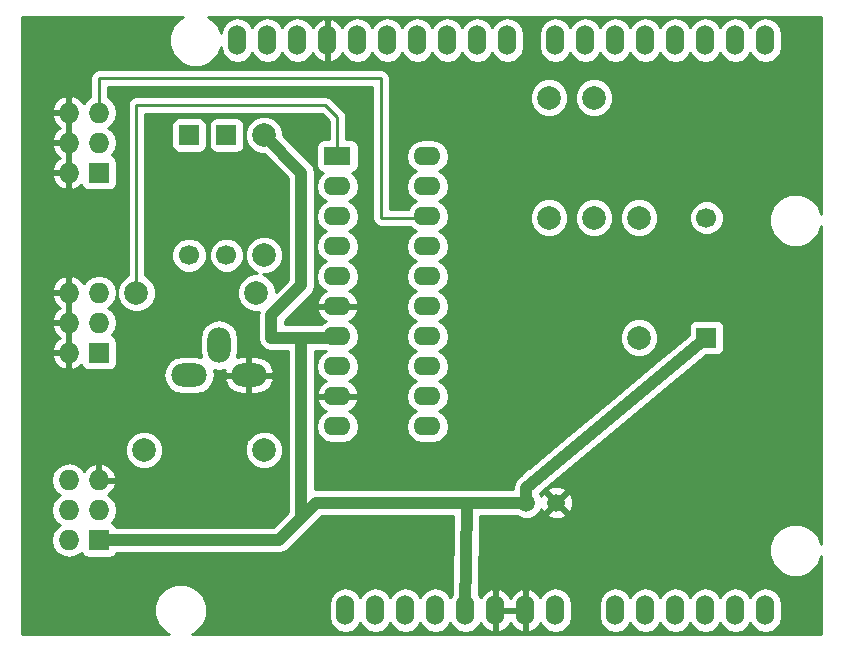
<source format=gbr>
G04 #@! TF.FileFunction,Copper,L1,Top,Signal*
%FSLAX46Y46*%
G04 Gerber Fmt 4.6, Leading zero omitted, Abs format (unit mm)*
G04 Created by KiCad (PCBNEW (after 2015-mar-04 BZR unknown)-product) date Fri 28 Oct 2016 10:27:17 AM CEST*
%MOMM*%
G01*
G04 APERTURE LIST*
%ADD10C,0.100000*%
%ADD11C,0.150000*%
%ADD12C,0.970000*%
%ADD13O,1.524000X2.540000*%
%ADD14R,1.727200X1.727200*%
%ADD15O,1.727200X1.727200*%
%ADD16C,1.501140*%
%ADD17C,1.699260*%
%ADD18R,1.699260X1.699260*%
%ADD19O,1.998980X2.999740*%
%ADD20O,2.999740X1.998980*%
%ADD21C,1.998980*%
%ADD22R,2.286000X1.574800*%
%ADD23O,2.286000X1.574800*%
%ADD24C,1.000000*%
%ADD25C,0.250000*%
%ADD26C,0.254000*%
G04 APERTURE END LIST*
D10*
D11*
X192039240Y-91645740D02*
X192539620Y-91645740D01*
X192039240Y-91645740D02*
X192039240Y-91145360D01*
X191538860Y-91645740D02*
X192039240Y-91645740D01*
X192039240Y-91645740D02*
X192039240Y-92044520D01*
X192039240Y-92044520D02*
X192039240Y-92146120D01*
D12*
X169164000Y-68072000D03*
X160655000Y-66040000D03*
D13*
X212001100Y-102463600D03*
X209461100Y-102463600D03*
X206921100Y-102463600D03*
X199301100Y-102463600D03*
X201841100Y-102463600D03*
X204381100Y-102463600D03*
X194221100Y-102463600D03*
X191681100Y-102463600D03*
X189141100Y-102463600D03*
X184061100Y-102463600D03*
X181521100Y-102463600D03*
X212001100Y-54203600D03*
X209461100Y-54203600D03*
X206921100Y-54203600D03*
X204381100Y-54203600D03*
X201841100Y-54203600D03*
X199301100Y-54203600D03*
X196761100Y-54203600D03*
X194221100Y-54203600D03*
X190157100Y-54203600D03*
X187617100Y-54203600D03*
X185077100Y-54203600D03*
X182537100Y-54203600D03*
X179997100Y-54203600D03*
X177457100Y-54203600D03*
X174917100Y-54203600D03*
X172377100Y-54203600D03*
X186601100Y-102463600D03*
X169837100Y-54203600D03*
X167297100Y-54203600D03*
X178981100Y-102463600D03*
X176441100Y-102463600D03*
D14*
X155575000Y-96520000D03*
D15*
X153035000Y-96520000D03*
X155575000Y-93980000D03*
X153035000Y-93980000D03*
X155575000Y-91440000D03*
X153035000Y-91440000D03*
D14*
X155575000Y-80645000D03*
D15*
X153035000Y-80645000D03*
X155575000Y-78105000D03*
X153035000Y-78105000D03*
X155575000Y-75565000D03*
X153035000Y-75565000D03*
D14*
X155575000Y-65405000D03*
D15*
X153035000Y-65405000D03*
X155575000Y-62865000D03*
X153035000Y-62865000D03*
X155575000Y-60325000D03*
X153035000Y-60325000D03*
D16*
X194310000Y-93345000D03*
X191770000Y-93345000D03*
D17*
X207010000Y-69215000D03*
D18*
X207010000Y-79375000D03*
D19*
X165735000Y-80010000D03*
D20*
X163195000Y-82550000D03*
X168275000Y-82550000D03*
D21*
X193675000Y-69215000D03*
X193675000Y-59055000D03*
X197485000Y-69215000D03*
X197485000Y-59055000D03*
X201295000Y-69215000D03*
X201295000Y-79375000D03*
X169545000Y-88900000D03*
X159385000Y-88900000D03*
X158750000Y-75565000D03*
X168910000Y-75565000D03*
D17*
X166370000Y-72390000D03*
D18*
X166370000Y-62230000D03*
D17*
X163195000Y-72390000D03*
D18*
X163195000Y-62230000D03*
D21*
X169545000Y-62230000D03*
X169545000Y-72390000D03*
D22*
X175768000Y-64008000D03*
D23*
X175768000Y-66548000D03*
X175768000Y-69088000D03*
X175768000Y-71628000D03*
X175768000Y-74168000D03*
X175768000Y-76708000D03*
X175768000Y-79248000D03*
X175768000Y-81788000D03*
X175768000Y-84328000D03*
X175768000Y-86868000D03*
X183388000Y-86868000D03*
X183388000Y-84328000D03*
X183388000Y-81788000D03*
X183388000Y-79248000D03*
X183388000Y-76708000D03*
X183388000Y-74168000D03*
X183388000Y-71628000D03*
X183388000Y-69088000D03*
X183388000Y-66548000D03*
X183388000Y-64008000D03*
D12*
X164338000Y-67564000D03*
D24*
X172720000Y-79375000D02*
X170180000Y-79375000D01*
X172720000Y-65405000D02*
X169545000Y-62230000D01*
X172720000Y-74930000D02*
X172720000Y-65405000D01*
X170180000Y-77470000D02*
X172720000Y-74930000D01*
X170180000Y-79375000D02*
X170180000Y-77470000D01*
X186601100Y-102463600D02*
X186702700Y-93560900D01*
X186702700Y-93560900D02*
X186613800Y-93472000D01*
X170815000Y-96520000D02*
X155575000Y-96520000D01*
X172720000Y-94615000D02*
X173990000Y-93345000D01*
X170815000Y-96520000D02*
X172720000Y-94615000D01*
X173990000Y-93345000D02*
X186690000Y-93345000D01*
X191770000Y-93345000D02*
X186690000Y-93345000D01*
X172720000Y-79375000D02*
X172720000Y-94615000D01*
X175895000Y-79375000D02*
X172720000Y-79375000D01*
X191770000Y-93345000D02*
X191770000Y-92075000D01*
X191770000Y-92075000D02*
X207010000Y-79375000D01*
D25*
X158750000Y-75565000D02*
X158750000Y-59690000D01*
X175768000Y-60706000D02*
X175768000Y-64008000D01*
X174752000Y-59690000D02*
X175768000Y-60706000D01*
X158750000Y-59690000D02*
X174752000Y-59690000D01*
X155575000Y-60325000D02*
X155575000Y-57404000D01*
X155575000Y-57404000D02*
X179451000Y-57404000D01*
X179451000Y-69215000D02*
X183515000Y-69215000D01*
X179451000Y-57404000D02*
X179451000Y-69215000D01*
D26*
G36*
X216739000Y-104471000D02*
X213398100Y-104471000D01*
X213398100Y-103008921D01*
X213398100Y-101918279D01*
X213291760Y-101383670D01*
X212988928Y-100930451D01*
X212535709Y-100627619D01*
X212001100Y-100521279D01*
X211466491Y-100627619D01*
X211013272Y-100930451D01*
X210731100Y-101352750D01*
X210448928Y-100930451D01*
X209995709Y-100627619D01*
X209461100Y-100521279D01*
X208926491Y-100627619D01*
X208507070Y-100907867D01*
X208507070Y-80224630D01*
X208507070Y-78525370D01*
X208494888Y-78462583D01*
X208494888Y-68920984D01*
X208269342Y-68375123D01*
X207852074Y-67957126D01*
X207306607Y-67730628D01*
X206715984Y-67730112D01*
X206170123Y-67955658D01*
X205752126Y-68372926D01*
X205525628Y-68918393D01*
X205525112Y-69509016D01*
X205750658Y-70054877D01*
X206167926Y-70472874D01*
X206713393Y-70699372D01*
X207304016Y-70699888D01*
X207849877Y-70474342D01*
X208267874Y-70057074D01*
X208494372Y-69511607D01*
X208494888Y-68920984D01*
X208494888Y-78462583D01*
X208460093Y-78283247D01*
X208320303Y-78070443D01*
X208109270Y-77927993D01*
X207859630Y-77877930D01*
X206160370Y-77877930D01*
X205918247Y-77924907D01*
X205705443Y-78064697D01*
X205562993Y-78275730D01*
X205512930Y-78525370D01*
X205512930Y-79145119D01*
X202929774Y-81297749D01*
X202929774Y-79051306D01*
X202929774Y-68891306D01*
X202681462Y-68290345D01*
X202222073Y-67830154D01*
X201621547Y-67580794D01*
X200971306Y-67580226D01*
X200370345Y-67828538D01*
X199910154Y-68287927D01*
X199660794Y-68888453D01*
X199660226Y-69538694D01*
X199908538Y-70139655D01*
X200367927Y-70599846D01*
X200968453Y-70849206D01*
X201618694Y-70849774D01*
X202219655Y-70601462D01*
X202679846Y-70142073D01*
X202929206Y-69541547D01*
X202929774Y-68891306D01*
X202929774Y-79051306D01*
X202681462Y-78450345D01*
X202222073Y-77990154D01*
X201621547Y-77740794D01*
X200971306Y-77740226D01*
X200370345Y-77988538D01*
X199910154Y-78447927D01*
X199660794Y-79048453D01*
X199660226Y-79698694D01*
X199908538Y-80299655D01*
X200367927Y-80759846D01*
X200968453Y-81009206D01*
X201618694Y-81009774D01*
X202219655Y-80761462D01*
X202679846Y-80302073D01*
X202929206Y-79701547D01*
X202929774Y-79051306D01*
X202929774Y-81297749D01*
X199119774Y-84472749D01*
X199119774Y-68891306D01*
X199119774Y-58731306D01*
X198871462Y-58130345D01*
X198412073Y-57670154D01*
X197811547Y-57420794D01*
X197161306Y-57420226D01*
X196560345Y-57668538D01*
X196100154Y-58127927D01*
X195850794Y-58728453D01*
X195850226Y-59378694D01*
X196098538Y-59979655D01*
X196557927Y-60439846D01*
X197158453Y-60689206D01*
X197808694Y-60689774D01*
X198409655Y-60441462D01*
X198869846Y-59982073D01*
X199119206Y-59381547D01*
X199119774Y-58731306D01*
X199119774Y-68891306D01*
X198871462Y-68290345D01*
X198412073Y-67830154D01*
X197811547Y-67580794D01*
X197161306Y-67580226D01*
X196560345Y-67828538D01*
X196100154Y-68287927D01*
X195850794Y-68888453D01*
X195850226Y-69538694D01*
X196098538Y-70139655D01*
X196557927Y-70599846D01*
X197158453Y-70849206D01*
X197808694Y-70849774D01*
X198409655Y-70601462D01*
X198869846Y-70142073D01*
X199119206Y-69541547D01*
X199119774Y-68891306D01*
X199119774Y-84472749D01*
X195309774Y-87647749D01*
X195309774Y-68891306D01*
X195309774Y-58731306D01*
X195061462Y-58130345D01*
X194602073Y-57670154D01*
X194001547Y-57420794D01*
X193351306Y-57420226D01*
X192750345Y-57668538D01*
X192290154Y-58127927D01*
X192040794Y-58728453D01*
X192040226Y-59378694D01*
X192288538Y-59979655D01*
X192747927Y-60439846D01*
X193348453Y-60689206D01*
X193998694Y-60689774D01*
X194599655Y-60441462D01*
X195059846Y-59982073D01*
X195309206Y-59381547D01*
X195309774Y-58731306D01*
X195309774Y-68891306D01*
X195061462Y-68290345D01*
X194602073Y-67830154D01*
X194001547Y-67580794D01*
X193351306Y-67580226D01*
X192750345Y-67828538D01*
X192290154Y-68287927D01*
X192040794Y-68888453D01*
X192040226Y-69538694D01*
X192288538Y-70139655D01*
X192747927Y-70599846D01*
X193348453Y-70849206D01*
X193998694Y-70849774D01*
X194599655Y-70601462D01*
X195059846Y-70142073D01*
X195309206Y-69541547D01*
X195309774Y-68891306D01*
X195309774Y-87647749D01*
X191941252Y-90454851D01*
X191767535Y-90489406D01*
X191554100Y-90632017D01*
X191554100Y-54748921D01*
X191554100Y-53658279D01*
X191447760Y-53123670D01*
X191144928Y-52670451D01*
X190691709Y-52367619D01*
X190157100Y-52261279D01*
X189622491Y-52367619D01*
X189169272Y-52670451D01*
X188887100Y-53092750D01*
X188604928Y-52670451D01*
X188151709Y-52367619D01*
X187617100Y-52261279D01*
X187082491Y-52367619D01*
X186629272Y-52670451D01*
X186347100Y-53092750D01*
X186064928Y-52670451D01*
X185611709Y-52367619D01*
X185077100Y-52261279D01*
X184542491Y-52367619D01*
X184089272Y-52670451D01*
X183807100Y-53092750D01*
X183524928Y-52670451D01*
X183071709Y-52367619D01*
X182537100Y-52261279D01*
X182002491Y-52367619D01*
X181549272Y-52670451D01*
X181267100Y-53092750D01*
X180984928Y-52670451D01*
X180531709Y-52367619D01*
X179997100Y-52261279D01*
X179462491Y-52367619D01*
X179009272Y-52670451D01*
X178727100Y-53092750D01*
X178444928Y-52670451D01*
X177991709Y-52367619D01*
X177457100Y-52261279D01*
X176922491Y-52367619D01*
X176469272Y-52670451D01*
X176177770Y-53106713D01*
X176159159Y-53043659D01*
X175815126Y-52617970D01*
X175334377Y-52356340D01*
X175260170Y-52341380D01*
X175044100Y-52463880D01*
X175044100Y-54076600D01*
X175064100Y-54076600D01*
X175064100Y-54330600D01*
X175044100Y-54330600D01*
X175044100Y-55943320D01*
X175260170Y-56065820D01*
X175334377Y-56050860D01*
X175815126Y-55789230D01*
X176159159Y-55363541D01*
X176177770Y-55300486D01*
X176469272Y-55736749D01*
X176922491Y-56039581D01*
X177457100Y-56145921D01*
X177991709Y-56039581D01*
X178444928Y-55736749D01*
X178727100Y-55314449D01*
X179009272Y-55736749D01*
X179462491Y-56039581D01*
X179997100Y-56145921D01*
X180531709Y-56039581D01*
X180984928Y-55736749D01*
X181267100Y-55314449D01*
X181549272Y-55736749D01*
X182002491Y-56039581D01*
X182537100Y-56145921D01*
X183071709Y-56039581D01*
X183524928Y-55736749D01*
X183807100Y-55314449D01*
X184089272Y-55736749D01*
X184542491Y-56039581D01*
X185077100Y-56145921D01*
X185611709Y-56039581D01*
X186064928Y-55736749D01*
X186347100Y-55314449D01*
X186629272Y-55736749D01*
X187082491Y-56039581D01*
X187617100Y-56145921D01*
X188151709Y-56039581D01*
X188604928Y-55736749D01*
X188887100Y-55314449D01*
X189169272Y-55736749D01*
X189622491Y-56039581D01*
X190157100Y-56145921D01*
X190691709Y-56039581D01*
X191144928Y-55736749D01*
X191447760Y-55283530D01*
X191554100Y-54748921D01*
X191554100Y-90632017D01*
X191537194Y-90643314D01*
X191383286Y-90873655D01*
X191372277Y-90928996D01*
X191309418Y-90981379D01*
X191267155Y-90989786D01*
X191036814Y-91143694D01*
X190882906Y-91374035D01*
X190875852Y-91409495D01*
X190872469Y-91414558D01*
X190765027Y-91547502D01*
X190750299Y-91597398D01*
X190721397Y-91640654D01*
X190688050Y-91808299D01*
X190639661Y-91972242D01*
X190645149Y-92023976D01*
X190635000Y-92075000D01*
X190635000Y-92210000D01*
X186690000Y-92210000D01*
X185200833Y-92210000D01*
X185200833Y-86868000D01*
X185092559Y-86323671D01*
X184784222Y-85862211D01*
X184388801Y-85597999D01*
X184784222Y-85333789D01*
X185092559Y-84872329D01*
X185200833Y-84328000D01*
X185092559Y-83783671D01*
X184784222Y-83322211D01*
X184388801Y-83057999D01*
X184784222Y-82793789D01*
X185092559Y-82332329D01*
X185200833Y-81788000D01*
X185092559Y-81243671D01*
X184784222Y-80782211D01*
X184388801Y-80517999D01*
X184784222Y-80253789D01*
X185092559Y-79792329D01*
X185200833Y-79248000D01*
X185092559Y-78703671D01*
X184784222Y-78242211D01*
X184388801Y-77977999D01*
X184784222Y-77713789D01*
X185092559Y-77252329D01*
X185200833Y-76708000D01*
X185092559Y-76163671D01*
X184784222Y-75702211D01*
X184388801Y-75437999D01*
X184784222Y-75173789D01*
X185092559Y-74712329D01*
X185200833Y-74168000D01*
X185092559Y-73623671D01*
X184784222Y-73162211D01*
X184388801Y-72897999D01*
X184784222Y-72633789D01*
X185092559Y-72172329D01*
X185200833Y-71628000D01*
X185092559Y-71083671D01*
X184784222Y-70622211D01*
X184388801Y-70357999D01*
X184784222Y-70093789D01*
X185092559Y-69632329D01*
X185200833Y-69088000D01*
X185092559Y-68543671D01*
X184784222Y-68082211D01*
X184388801Y-67818000D01*
X184784222Y-67553789D01*
X185092559Y-67092329D01*
X185200833Y-66548000D01*
X185092559Y-66003671D01*
X184784222Y-65542211D01*
X184388801Y-65278000D01*
X184784222Y-65013789D01*
X185092559Y-64552329D01*
X185200833Y-64008000D01*
X185092559Y-63463671D01*
X184784222Y-63002211D01*
X184322762Y-62693874D01*
X183778433Y-62585600D01*
X182997567Y-62585600D01*
X182453238Y-62693874D01*
X181991778Y-63002211D01*
X181683441Y-63463671D01*
X181575167Y-64008000D01*
X181683441Y-64552329D01*
X181991778Y-65013789D01*
X182387198Y-65278000D01*
X181991778Y-65542211D01*
X181683441Y-66003671D01*
X181575167Y-66548000D01*
X181683441Y-67092329D01*
X181991778Y-67553789D01*
X182387198Y-67818000D01*
X181991778Y-68082211D01*
X181742688Y-68455000D01*
X180211000Y-68455000D01*
X180211000Y-57404000D01*
X180153148Y-57113161D01*
X179988401Y-56866599D01*
X179741839Y-56701852D01*
X179451000Y-56644000D01*
X155575000Y-56644000D01*
X155284161Y-56701852D01*
X155037599Y-56866599D01*
X154872852Y-57113161D01*
X154815000Y-57404000D01*
X154815000Y-59045479D01*
X154485971Y-59265330D01*
X154305007Y-59536160D01*
X153923490Y-59118179D01*
X153394027Y-58870032D01*
X153162000Y-58990531D01*
X153162000Y-60198000D01*
X153182000Y-60198000D01*
X153182000Y-60452000D01*
X153162000Y-60452000D01*
X153162000Y-61530531D01*
X153162000Y-61659469D01*
X153162000Y-62738000D01*
X153182000Y-62738000D01*
X153182000Y-62992000D01*
X153162000Y-62992000D01*
X153162000Y-64070531D01*
X153162000Y-64199469D01*
X153162000Y-65278000D01*
X153182000Y-65278000D01*
X153182000Y-65532000D01*
X153162000Y-65532000D01*
X153162000Y-66739469D01*
X153394027Y-66859968D01*
X153923490Y-66611821D01*
X154094253Y-66424736D01*
X154110937Y-66510723D01*
X154250727Y-66723527D01*
X154461760Y-66865977D01*
X154711400Y-66916040D01*
X156438600Y-66916040D01*
X156680723Y-66869063D01*
X156893527Y-66729273D01*
X157035977Y-66518240D01*
X157086040Y-66268600D01*
X157086040Y-64541400D01*
X157039063Y-64299277D01*
X156899273Y-64086473D01*
X156688240Y-63944023D01*
X156647340Y-63935820D01*
X156664029Y-63924670D01*
X156988885Y-63438489D01*
X157102959Y-62865000D01*
X156988885Y-62291511D01*
X156664029Y-61805330D01*
X156349248Y-61595000D01*
X156664029Y-61384670D01*
X156988885Y-60898489D01*
X157102959Y-60325000D01*
X156988885Y-59751511D01*
X156664029Y-59265330D01*
X156335000Y-59045479D01*
X156335000Y-58164000D01*
X178691000Y-58164000D01*
X178691000Y-69215000D01*
X178748852Y-69505839D01*
X178913599Y-69752401D01*
X179160161Y-69917148D01*
X179451000Y-69975000D01*
X181912405Y-69975000D01*
X181991778Y-70093789D01*
X182387198Y-70357999D01*
X181991778Y-70622211D01*
X181683441Y-71083671D01*
X181575167Y-71628000D01*
X181683441Y-72172329D01*
X181991778Y-72633789D01*
X182387198Y-72897999D01*
X181991778Y-73162211D01*
X181683441Y-73623671D01*
X181575167Y-74168000D01*
X181683441Y-74712329D01*
X181991778Y-75173789D01*
X182387198Y-75437999D01*
X181991778Y-75702211D01*
X181683441Y-76163671D01*
X181575167Y-76708000D01*
X181683441Y-77252329D01*
X181991778Y-77713789D01*
X182387198Y-77977999D01*
X181991778Y-78242211D01*
X181683441Y-78703671D01*
X181575167Y-79248000D01*
X181683441Y-79792329D01*
X181991778Y-80253789D01*
X182387198Y-80517999D01*
X181991778Y-80782211D01*
X181683441Y-81243671D01*
X181575167Y-81788000D01*
X181683441Y-82332329D01*
X181991778Y-82793789D01*
X182387198Y-83057999D01*
X181991778Y-83322211D01*
X181683441Y-83783671D01*
X181575167Y-84328000D01*
X181683441Y-84872329D01*
X181991778Y-85333789D01*
X182387198Y-85597999D01*
X181991778Y-85862211D01*
X181683441Y-86323671D01*
X181575167Y-86868000D01*
X181683441Y-87412329D01*
X181991778Y-87873789D01*
X182453238Y-88182126D01*
X182997567Y-88290400D01*
X183778433Y-88290400D01*
X184322762Y-88182126D01*
X184784222Y-87873789D01*
X185092559Y-87412329D01*
X185200833Y-86868000D01*
X185200833Y-92210000D01*
X177580833Y-92210000D01*
X177580833Y-86868000D01*
X177472559Y-86323671D01*
X177164222Y-85862211D01*
X176769170Y-85598246D01*
X176785262Y-85593525D01*
X177219191Y-85243986D01*
X177486327Y-84754996D01*
X177503010Y-84675060D01*
X177380852Y-84455000D01*
X175895000Y-84455000D01*
X175895000Y-84475000D01*
X175641000Y-84475000D01*
X175641000Y-84455000D01*
X174155148Y-84455000D01*
X174032990Y-84675060D01*
X174049673Y-84754996D01*
X174316809Y-85243986D01*
X174750738Y-85593525D01*
X174766829Y-85598246D01*
X174371778Y-85862211D01*
X174063441Y-86323671D01*
X173955167Y-86868000D01*
X174063441Y-87412329D01*
X174371778Y-87873789D01*
X174833238Y-88182126D01*
X175377567Y-88290400D01*
X176158433Y-88290400D01*
X176702762Y-88182126D01*
X177164222Y-87873789D01*
X177472559Y-87412329D01*
X177580833Y-86868000D01*
X177580833Y-92210000D01*
X173990000Y-92210000D01*
X173855000Y-92236853D01*
X173855000Y-80510000D01*
X174755225Y-80510000D01*
X174767198Y-80517999D01*
X174371778Y-80782211D01*
X174063441Y-81243671D01*
X173955167Y-81788000D01*
X174063441Y-82332329D01*
X174371778Y-82793789D01*
X174766829Y-83057753D01*
X174750738Y-83062475D01*
X174316809Y-83412014D01*
X174049673Y-83901004D01*
X174032990Y-83980940D01*
X174155148Y-84201000D01*
X175641000Y-84201000D01*
X175641000Y-84181000D01*
X175895000Y-84181000D01*
X175895000Y-84201000D01*
X177380852Y-84201000D01*
X177503010Y-83980940D01*
X177486327Y-83901004D01*
X177219191Y-83412014D01*
X176785262Y-83062475D01*
X176769170Y-83057753D01*
X177164222Y-82793789D01*
X177472559Y-82332329D01*
X177580833Y-81788000D01*
X177472559Y-81243671D01*
X177164222Y-80782211D01*
X176768801Y-80517999D01*
X177164222Y-80253789D01*
X177472559Y-79792329D01*
X177580833Y-79248000D01*
X177580833Y-74168000D01*
X177472559Y-73623671D01*
X177164222Y-73162211D01*
X176768801Y-72897999D01*
X177164222Y-72633789D01*
X177472559Y-72172329D01*
X177580833Y-71628000D01*
X177472559Y-71083671D01*
X177164222Y-70622211D01*
X176768801Y-70358000D01*
X177164222Y-70093789D01*
X177472559Y-69632329D01*
X177580833Y-69088000D01*
X177472559Y-68543671D01*
X177164222Y-68082211D01*
X176768801Y-67818000D01*
X177164222Y-67553789D01*
X177472559Y-67092329D01*
X177580833Y-66548000D01*
X177472559Y-66003671D01*
X177164222Y-65542211D01*
X176991986Y-65427126D01*
X177153123Y-65395863D01*
X177365927Y-65256073D01*
X177508377Y-65045040D01*
X177558440Y-64795400D01*
X177558440Y-63220600D01*
X177511463Y-62978477D01*
X177371673Y-62765673D01*
X177160640Y-62623223D01*
X176911000Y-62573160D01*
X176528000Y-62573160D01*
X176528000Y-60706000D01*
X176470148Y-60415161D01*
X176305401Y-60168599D01*
X175289401Y-59152599D01*
X175042839Y-58987852D01*
X174752000Y-58930000D01*
X158750000Y-58930000D01*
X158459161Y-58987852D01*
X158212599Y-59152599D01*
X158047852Y-59399161D01*
X157990000Y-59690000D01*
X157990000Y-74110503D01*
X157825345Y-74178538D01*
X157365154Y-74637927D01*
X157115794Y-75238453D01*
X157115226Y-75888694D01*
X157363538Y-76489655D01*
X157822927Y-76949846D01*
X158423453Y-77199206D01*
X159073694Y-77199774D01*
X159674655Y-76951462D01*
X160134846Y-76492073D01*
X160384206Y-75891547D01*
X160384774Y-75241306D01*
X160136462Y-74640345D01*
X159677073Y-74180154D01*
X159510000Y-74110779D01*
X159510000Y-60450000D01*
X174437198Y-60450000D01*
X175008000Y-61020802D01*
X175008000Y-62573160D01*
X174625000Y-62573160D01*
X174382877Y-62620137D01*
X174170073Y-62759927D01*
X174027623Y-62970960D01*
X173977560Y-63220600D01*
X173977560Y-64795400D01*
X174024537Y-65037523D01*
X174164327Y-65250327D01*
X174375360Y-65392777D01*
X174544621Y-65426720D01*
X174371778Y-65542211D01*
X174063441Y-66003671D01*
X173955167Y-66548000D01*
X174063441Y-67092329D01*
X174371778Y-67553789D01*
X174767198Y-67818000D01*
X174371778Y-68082211D01*
X174063441Y-68543671D01*
X173955167Y-69088000D01*
X174063441Y-69632329D01*
X174371778Y-70093789D01*
X174767198Y-70358000D01*
X174371778Y-70622211D01*
X174063441Y-71083671D01*
X173955167Y-71628000D01*
X174063441Y-72172329D01*
X174371778Y-72633789D01*
X174767198Y-72897999D01*
X174371778Y-73162211D01*
X174063441Y-73623671D01*
X173955167Y-74168000D01*
X174063441Y-74712329D01*
X174371778Y-75173789D01*
X174766829Y-75437753D01*
X174750738Y-75442475D01*
X174316809Y-75792014D01*
X174049673Y-76281004D01*
X174032990Y-76360940D01*
X174155148Y-76581000D01*
X175641000Y-76581000D01*
X175641000Y-76561000D01*
X175895000Y-76561000D01*
X175895000Y-76581000D01*
X177380852Y-76581000D01*
X177503010Y-76360940D01*
X177486327Y-76281004D01*
X177219191Y-75792014D01*
X176785262Y-75442475D01*
X176769170Y-75437753D01*
X177164222Y-75173789D01*
X177472559Y-74712329D01*
X177580833Y-74168000D01*
X177580833Y-79248000D01*
X177472559Y-78703671D01*
X177164222Y-78242211D01*
X176769170Y-77978246D01*
X176785262Y-77973525D01*
X177219191Y-77623986D01*
X177486327Y-77134996D01*
X177503010Y-77055060D01*
X177380852Y-76835000D01*
X175895000Y-76835000D01*
X175895000Y-76855000D01*
X175641000Y-76855000D01*
X175641000Y-76835000D01*
X174155148Y-76835000D01*
X174032990Y-77055060D01*
X174049673Y-77134996D01*
X174316809Y-77623986D01*
X174750738Y-77973525D01*
X174766829Y-77978246D01*
X174375087Y-78240000D01*
X172720000Y-78240000D01*
X171315000Y-78240000D01*
X171315000Y-77940132D01*
X173522566Y-75732567D01*
X173522566Y-75732566D01*
X173768603Y-75364346D01*
X173854999Y-74930000D01*
X173855000Y-74930000D01*
X173855000Y-65405000D01*
X173768603Y-64970655D01*
X173768603Y-64970654D01*
X173522566Y-64602434D01*
X171179465Y-62259333D01*
X171179774Y-61906306D01*
X170931462Y-61305345D01*
X170472073Y-60845154D01*
X169871547Y-60595794D01*
X169221306Y-60595226D01*
X168620345Y-60843538D01*
X168160154Y-61302927D01*
X167910794Y-61903453D01*
X167910226Y-62553694D01*
X168158538Y-63154655D01*
X168617927Y-63614846D01*
X169218453Y-63864206D01*
X169574384Y-63864516D01*
X171585000Y-65875132D01*
X171585000Y-74459867D01*
X170544547Y-75500319D01*
X170544774Y-75241306D01*
X170296462Y-74640345D01*
X169837073Y-74180154D01*
X169462020Y-74024418D01*
X169868694Y-74024774D01*
X170469655Y-73776462D01*
X170929846Y-73317073D01*
X171179206Y-72716547D01*
X171179774Y-72066306D01*
X170931462Y-71465345D01*
X170472073Y-71005154D01*
X169871547Y-70755794D01*
X169221306Y-70755226D01*
X168620345Y-71003538D01*
X168160154Y-71462927D01*
X167910794Y-72063453D01*
X167910226Y-72713694D01*
X168158538Y-73314655D01*
X168617927Y-73774846D01*
X168992979Y-73930581D01*
X168586306Y-73930226D01*
X167985345Y-74178538D01*
X167867070Y-74296606D01*
X167867070Y-63079630D01*
X167867070Y-61380370D01*
X167820093Y-61138247D01*
X167680303Y-60925443D01*
X167469270Y-60782993D01*
X167219630Y-60732930D01*
X165520370Y-60732930D01*
X165278247Y-60779907D01*
X165065443Y-60919697D01*
X164922993Y-61130730D01*
X164872930Y-61380370D01*
X164872930Y-63079630D01*
X164919907Y-63321753D01*
X165059697Y-63534557D01*
X165270730Y-63677007D01*
X165520370Y-63727070D01*
X167219630Y-63727070D01*
X167461753Y-63680093D01*
X167674557Y-63540303D01*
X167817007Y-63329270D01*
X167867070Y-63079630D01*
X167867070Y-74296606D01*
X167854888Y-74308767D01*
X167854888Y-72095984D01*
X167629342Y-71550123D01*
X167212074Y-71132126D01*
X166666607Y-70905628D01*
X166075984Y-70905112D01*
X165530123Y-71130658D01*
X165112126Y-71547926D01*
X164885628Y-72093393D01*
X164885112Y-72684016D01*
X165110658Y-73229877D01*
X165527926Y-73647874D01*
X166073393Y-73874372D01*
X166664016Y-73874888D01*
X167209877Y-73649342D01*
X167627874Y-73232074D01*
X167854372Y-72686607D01*
X167854888Y-72095984D01*
X167854888Y-74308767D01*
X167525154Y-74637927D01*
X167275794Y-75238453D01*
X167275226Y-75888694D01*
X167523538Y-76489655D01*
X167982927Y-76949846D01*
X168583453Y-77199206D01*
X169098774Y-77199656D01*
X169045000Y-77470000D01*
X169045000Y-79375000D01*
X169131397Y-79809346D01*
X169377434Y-80177566D01*
X169745654Y-80423603D01*
X170180000Y-80510000D01*
X171585000Y-80510000D01*
X171585000Y-94144868D01*
X171179774Y-94550094D01*
X171179774Y-88576306D01*
X170931462Y-87975345D01*
X170472073Y-87515154D01*
X170364999Y-87470693D01*
X170364999Y-82930354D01*
X170364999Y-82169646D01*
X170334053Y-82041841D01*
X170020942Y-81484044D01*
X169518205Y-81088529D01*
X168902380Y-80915510D01*
X168402000Y-80915510D01*
X168402000Y-82423000D01*
X170245645Y-82423000D01*
X170364999Y-82169646D01*
X170364999Y-82930354D01*
X170245645Y-82677000D01*
X168402000Y-82677000D01*
X168402000Y-84184490D01*
X168902380Y-84184490D01*
X169518205Y-84011471D01*
X170020942Y-83615956D01*
X170334053Y-83058159D01*
X170364999Y-82930354D01*
X170364999Y-87470693D01*
X169871547Y-87265794D01*
X169221306Y-87265226D01*
X168620345Y-87513538D01*
X168160154Y-87972927D01*
X168148000Y-88002197D01*
X168148000Y-84184490D01*
X168148000Y-82677000D01*
X168148000Y-82423000D01*
X168148000Y-80915510D01*
X167647620Y-80915510D01*
X167276483Y-81019782D01*
X167369490Y-80552205D01*
X167369490Y-79467795D01*
X167245072Y-78842303D01*
X166890759Y-78312036D01*
X166360492Y-77957723D01*
X165735000Y-77833305D01*
X165109508Y-77957723D01*
X164692070Y-78236646D01*
X164692070Y-63079630D01*
X164692070Y-61380370D01*
X164645093Y-61138247D01*
X164505303Y-60925443D01*
X164294270Y-60782993D01*
X164044630Y-60732930D01*
X162345370Y-60732930D01*
X162103247Y-60779907D01*
X161890443Y-60919697D01*
X161747993Y-61130730D01*
X161697930Y-61380370D01*
X161697930Y-63079630D01*
X161744907Y-63321753D01*
X161884697Y-63534557D01*
X162095730Y-63677007D01*
X162345370Y-63727070D01*
X164044630Y-63727070D01*
X164286753Y-63680093D01*
X164499557Y-63540303D01*
X164642007Y-63329270D01*
X164692070Y-63079630D01*
X164692070Y-78236646D01*
X164679888Y-78244785D01*
X164679888Y-72095984D01*
X164454342Y-71550123D01*
X164037074Y-71132126D01*
X163491607Y-70905628D01*
X162900984Y-70905112D01*
X162355123Y-71130658D01*
X161937126Y-71547926D01*
X161710628Y-72093393D01*
X161710112Y-72684016D01*
X161935658Y-73229877D01*
X162352926Y-73647874D01*
X162898393Y-73874372D01*
X163489016Y-73874888D01*
X164034877Y-73649342D01*
X164452874Y-73232074D01*
X164679372Y-72686607D01*
X164679888Y-72095984D01*
X164679888Y-78244785D01*
X164579241Y-78312036D01*
X164224928Y-78842303D01*
X164100510Y-79467795D01*
X164100510Y-80552205D01*
X164190719Y-81005719D01*
X163737205Y-80915510D01*
X162652795Y-80915510D01*
X162027303Y-81039928D01*
X161497036Y-81394241D01*
X161142723Y-81924508D01*
X161018305Y-82550000D01*
X161142723Y-83175492D01*
X161497036Y-83705759D01*
X162027303Y-84060072D01*
X162652795Y-84184490D01*
X163737205Y-84184490D01*
X164362697Y-84060072D01*
X164892964Y-83705759D01*
X165247277Y-83175492D01*
X165371695Y-82550000D01*
X165281485Y-82096485D01*
X165735000Y-82186695D01*
X166203434Y-82093517D01*
X166185001Y-82169646D01*
X166304355Y-82423000D01*
X168148000Y-82423000D01*
X168148000Y-82677000D01*
X166304355Y-82677000D01*
X166185001Y-82930354D01*
X166215947Y-83058159D01*
X166529058Y-83615956D01*
X167031795Y-84011471D01*
X167647620Y-84184490D01*
X168148000Y-84184490D01*
X168148000Y-88002197D01*
X167910794Y-88573453D01*
X167910226Y-89223694D01*
X168158538Y-89824655D01*
X168617927Y-90284846D01*
X169218453Y-90534206D01*
X169868694Y-90534774D01*
X170469655Y-90286462D01*
X170929846Y-89827073D01*
X171179206Y-89226547D01*
X171179774Y-88576306D01*
X171179774Y-94550094D01*
X170344868Y-95385000D01*
X161019774Y-95385000D01*
X161019774Y-88576306D01*
X160771462Y-87975345D01*
X160312073Y-87515154D01*
X159711547Y-87265794D01*
X159061306Y-87265226D01*
X158460345Y-87513538D01*
X158000154Y-87972927D01*
X157750794Y-88573453D01*
X157750226Y-89223694D01*
X157998538Y-89824655D01*
X158457927Y-90284846D01*
X159058453Y-90534206D01*
X159708694Y-90534774D01*
X160309655Y-90286462D01*
X160769846Y-89827073D01*
X161019206Y-89226547D01*
X161019774Y-88576306D01*
X161019774Y-95385000D01*
X157019831Y-95385000D01*
X156899273Y-95201473D01*
X156688240Y-95059023D01*
X156647340Y-95050820D01*
X156664029Y-95039670D01*
X156988885Y-94553489D01*
X157102959Y-93980000D01*
X157102959Y-78105000D01*
X156988885Y-77531511D01*
X156664029Y-77045330D01*
X156349248Y-76835000D01*
X156664029Y-76624670D01*
X156988885Y-76138489D01*
X157102959Y-75565000D01*
X156988885Y-74991511D01*
X156664029Y-74505330D01*
X156177848Y-74180474D01*
X155604359Y-74066400D01*
X155545641Y-74066400D01*
X154972152Y-74180474D01*
X154485971Y-74505330D01*
X154305007Y-74776160D01*
X153923490Y-74358179D01*
X153394027Y-74110032D01*
X153162000Y-74230531D01*
X153162000Y-75438000D01*
X153182000Y-75438000D01*
X153182000Y-75692000D01*
X153162000Y-75692000D01*
X153162000Y-76770531D01*
X153162000Y-76899469D01*
X153162000Y-77978000D01*
X153182000Y-77978000D01*
X153182000Y-78232000D01*
X153162000Y-78232000D01*
X153162000Y-79310531D01*
X153162000Y-79439469D01*
X153162000Y-80518000D01*
X153182000Y-80518000D01*
X153182000Y-80772000D01*
X153162000Y-80772000D01*
X153162000Y-81979469D01*
X153394027Y-82099968D01*
X153923490Y-81851821D01*
X154094253Y-81664736D01*
X154110937Y-81750723D01*
X154250727Y-81963527D01*
X154461760Y-82105977D01*
X154711400Y-82156040D01*
X156438600Y-82156040D01*
X156680723Y-82109063D01*
X156893527Y-81969273D01*
X157035977Y-81758240D01*
X157086040Y-81508600D01*
X157086040Y-79781400D01*
X157039063Y-79539277D01*
X156899273Y-79326473D01*
X156688240Y-79184023D01*
X156647340Y-79175820D01*
X156664029Y-79164670D01*
X156988885Y-78678489D01*
X157102959Y-78105000D01*
X157102959Y-93980000D01*
X156988885Y-93406511D01*
X156664029Y-92920330D01*
X156340771Y-92704336D01*
X156463490Y-92646821D01*
X156857688Y-92214947D01*
X157029958Y-91799026D01*
X157029958Y-91080974D01*
X156857688Y-90665053D01*
X156463490Y-90233179D01*
X155934027Y-89985032D01*
X155702000Y-90105531D01*
X155702000Y-91313000D01*
X156908817Y-91313000D01*
X157029958Y-91080974D01*
X157029958Y-91799026D01*
X156908817Y-91567000D01*
X155702000Y-91567000D01*
X155702000Y-91587000D01*
X155448000Y-91587000D01*
X155448000Y-91567000D01*
X155428000Y-91567000D01*
X155428000Y-91313000D01*
X155448000Y-91313000D01*
X155448000Y-90105531D01*
X155215973Y-89985032D01*
X154686510Y-90233179D01*
X154304992Y-90651160D01*
X154124029Y-90380330D01*
X153637848Y-90055474D01*
X153064359Y-89941400D01*
X153005641Y-89941400D01*
X152908000Y-89960821D01*
X152908000Y-81979469D01*
X152908000Y-80772000D01*
X152908000Y-80518000D01*
X152908000Y-79439469D01*
X152908000Y-79310531D01*
X152908000Y-78232000D01*
X152908000Y-77978000D01*
X152908000Y-76899469D01*
X152908000Y-76770531D01*
X152908000Y-75692000D01*
X152908000Y-75438000D01*
X152908000Y-74230531D01*
X152908000Y-66739469D01*
X152908000Y-65532000D01*
X152908000Y-65278000D01*
X152908000Y-64199469D01*
X152908000Y-64070531D01*
X152908000Y-62992000D01*
X152908000Y-62738000D01*
X152908000Y-61659469D01*
X152908000Y-61530531D01*
X152908000Y-60452000D01*
X152908000Y-60198000D01*
X152908000Y-58990531D01*
X152675973Y-58870032D01*
X152146510Y-59118179D01*
X151752312Y-59550053D01*
X151580042Y-59965974D01*
X151701183Y-60198000D01*
X152908000Y-60198000D01*
X152908000Y-60452000D01*
X151701183Y-60452000D01*
X151580042Y-60684026D01*
X151752312Y-61099947D01*
X152146510Y-61531821D01*
X152281312Y-61595000D01*
X152146510Y-61658179D01*
X151752312Y-62090053D01*
X151580042Y-62505974D01*
X151701183Y-62738000D01*
X152908000Y-62738000D01*
X152908000Y-62992000D01*
X151701183Y-62992000D01*
X151580042Y-63224026D01*
X151752312Y-63639947D01*
X152146510Y-64071821D01*
X152281312Y-64135000D01*
X152146510Y-64198179D01*
X151752312Y-64630053D01*
X151580042Y-65045974D01*
X151701183Y-65278000D01*
X152908000Y-65278000D01*
X152908000Y-65532000D01*
X151701183Y-65532000D01*
X151580042Y-65764026D01*
X151752312Y-66179947D01*
X152146510Y-66611821D01*
X152675973Y-66859968D01*
X152908000Y-66739469D01*
X152908000Y-74230531D01*
X152675973Y-74110032D01*
X152146510Y-74358179D01*
X151752312Y-74790053D01*
X151580042Y-75205974D01*
X151701183Y-75438000D01*
X152908000Y-75438000D01*
X152908000Y-75692000D01*
X151701183Y-75692000D01*
X151580042Y-75924026D01*
X151752312Y-76339947D01*
X152146510Y-76771821D01*
X152281312Y-76835000D01*
X152146510Y-76898179D01*
X151752312Y-77330053D01*
X151580042Y-77745974D01*
X151701183Y-77978000D01*
X152908000Y-77978000D01*
X152908000Y-78232000D01*
X151701183Y-78232000D01*
X151580042Y-78464026D01*
X151752312Y-78879947D01*
X152146510Y-79311821D01*
X152281312Y-79375000D01*
X152146510Y-79438179D01*
X151752312Y-79870053D01*
X151580042Y-80285974D01*
X151701183Y-80518000D01*
X152908000Y-80518000D01*
X152908000Y-80772000D01*
X151701183Y-80772000D01*
X151580042Y-81004026D01*
X151752312Y-81419947D01*
X152146510Y-81851821D01*
X152675973Y-82099968D01*
X152908000Y-81979469D01*
X152908000Y-89960821D01*
X152432152Y-90055474D01*
X151945971Y-90380330D01*
X151621115Y-90866511D01*
X151507041Y-91440000D01*
X151621115Y-92013489D01*
X151945971Y-92499670D01*
X152260751Y-92710000D01*
X151945971Y-92920330D01*
X151621115Y-93406511D01*
X151507041Y-93980000D01*
X151621115Y-94553489D01*
X151945971Y-95039670D01*
X152260751Y-95250000D01*
X151945971Y-95460330D01*
X151621115Y-95946511D01*
X151507041Y-96520000D01*
X151621115Y-97093489D01*
X151945971Y-97579670D01*
X152432152Y-97904526D01*
X153005641Y-98018600D01*
X153064359Y-98018600D01*
X153637848Y-97904526D01*
X154104529Y-97592699D01*
X154110937Y-97625723D01*
X154250727Y-97838527D01*
X154461760Y-97980977D01*
X154711400Y-98031040D01*
X156438600Y-98031040D01*
X156680723Y-97984063D01*
X156893527Y-97844273D01*
X157021288Y-97655000D01*
X170815000Y-97655000D01*
X171249345Y-97568603D01*
X171249346Y-97568603D01*
X171617566Y-97322566D01*
X173522566Y-95417566D01*
X174460132Y-94480000D01*
X185557137Y-94480000D01*
X185481268Y-101128007D01*
X185331100Y-101352750D01*
X185048928Y-100930451D01*
X184595709Y-100627619D01*
X184061100Y-100521279D01*
X183526491Y-100627619D01*
X183073272Y-100930451D01*
X182791100Y-101352750D01*
X182508928Y-100930451D01*
X182055709Y-100627619D01*
X181521100Y-100521279D01*
X180986491Y-100627619D01*
X180533272Y-100930451D01*
X180251100Y-101352750D01*
X179968928Y-100930451D01*
X179515709Y-100627619D01*
X178981100Y-100521279D01*
X178446491Y-100627619D01*
X177993272Y-100930451D01*
X177711100Y-101352750D01*
X177428928Y-100930451D01*
X176975709Y-100627619D01*
X176441100Y-100521279D01*
X175906491Y-100627619D01*
X175453272Y-100930451D01*
X175150440Y-101383670D01*
X175044100Y-101918279D01*
X175044100Y-103008921D01*
X175150440Y-103543530D01*
X175453272Y-103996749D01*
X175906491Y-104299581D01*
X176441100Y-104405921D01*
X176975709Y-104299581D01*
X177428928Y-103996749D01*
X177711100Y-103574449D01*
X177993272Y-103996749D01*
X178446491Y-104299581D01*
X178981100Y-104405921D01*
X179515709Y-104299581D01*
X179968928Y-103996749D01*
X180251100Y-103574449D01*
X180533272Y-103996749D01*
X180986491Y-104299581D01*
X181521100Y-104405921D01*
X182055709Y-104299581D01*
X182508928Y-103996749D01*
X182791100Y-103574449D01*
X183073272Y-103996749D01*
X183526491Y-104299581D01*
X184061100Y-104405921D01*
X184595709Y-104299581D01*
X185048928Y-103996749D01*
X185331100Y-103574449D01*
X185613272Y-103996749D01*
X186066491Y-104299581D01*
X186601100Y-104405921D01*
X187135709Y-104299581D01*
X187588928Y-103996749D01*
X187880429Y-103560486D01*
X187899041Y-103623541D01*
X188243074Y-104049230D01*
X188723823Y-104310860D01*
X188798030Y-104325820D01*
X189014100Y-104203320D01*
X189014100Y-102590600D01*
X188994100Y-102590600D01*
X188994100Y-102336600D01*
X189014100Y-102336600D01*
X189014100Y-100723880D01*
X188798030Y-100601380D01*
X188723823Y-100616340D01*
X188243074Y-100877970D01*
X187899041Y-101303659D01*
X187880429Y-101366713D01*
X187750904Y-101172864D01*
X187827284Y-94480000D01*
X190945236Y-94480000D01*
X190984113Y-94518944D01*
X191493184Y-94730329D01*
X192044398Y-94730810D01*
X192553837Y-94520314D01*
X192943944Y-94130887D01*
X193033378Y-93915503D01*
X193097069Y-94069265D01*
X193338070Y-94137325D01*
X194130395Y-93345000D01*
X193338070Y-92552675D01*
X193097069Y-92620735D01*
X193038231Y-92786040D01*
X192948955Y-92569975D01*
X206986442Y-80872070D01*
X207859630Y-80872070D01*
X208101753Y-80825093D01*
X208314557Y-80685303D01*
X208457007Y-80474270D01*
X208507070Y-80224630D01*
X208507070Y-100907867D01*
X208473272Y-100930451D01*
X208191100Y-101352750D01*
X207908928Y-100930451D01*
X207455709Y-100627619D01*
X206921100Y-100521279D01*
X206386491Y-100627619D01*
X205933272Y-100930451D01*
X205651100Y-101352750D01*
X205368928Y-100930451D01*
X204915709Y-100627619D01*
X204381100Y-100521279D01*
X203846491Y-100627619D01*
X203393272Y-100930451D01*
X203111100Y-101352750D01*
X202828928Y-100930451D01*
X202375709Y-100627619D01*
X201841100Y-100521279D01*
X201306491Y-100627619D01*
X200853272Y-100930451D01*
X200571100Y-101352750D01*
X200288928Y-100930451D01*
X199835709Y-100627619D01*
X199301100Y-100521279D01*
X198766491Y-100627619D01*
X198313272Y-100930451D01*
X198010440Y-101383670D01*
X197904100Y-101918279D01*
X197904100Y-103008921D01*
X198010440Y-103543530D01*
X198313272Y-103996749D01*
X198766491Y-104299581D01*
X199301100Y-104405921D01*
X199835709Y-104299581D01*
X200288928Y-103996749D01*
X200571100Y-103574449D01*
X200853272Y-103996749D01*
X201306491Y-104299581D01*
X201841100Y-104405921D01*
X202375709Y-104299581D01*
X202828928Y-103996749D01*
X203111100Y-103574449D01*
X203393272Y-103996749D01*
X203846491Y-104299581D01*
X204381100Y-104405921D01*
X204915709Y-104299581D01*
X205368928Y-103996749D01*
X205651100Y-103574449D01*
X205933272Y-103996749D01*
X206386491Y-104299581D01*
X206921100Y-104405921D01*
X207455709Y-104299581D01*
X207908928Y-103996749D01*
X208191100Y-103574449D01*
X208473272Y-103996749D01*
X208926491Y-104299581D01*
X209461100Y-104405921D01*
X209995709Y-104299581D01*
X210448928Y-103996749D01*
X210731100Y-103574449D01*
X211013272Y-103996749D01*
X211466491Y-104299581D01*
X212001100Y-104405921D01*
X212535709Y-104299581D01*
X212988928Y-103996749D01*
X213291760Y-103543530D01*
X213398100Y-103008921D01*
X213398100Y-104471000D01*
X195707767Y-104471000D01*
X195707767Y-93549966D01*
X195679805Y-92999462D01*
X195522931Y-92620735D01*
X195281930Y-92552675D01*
X195102325Y-92732280D01*
X195102325Y-92373070D01*
X195034265Y-92132069D01*
X194514966Y-91947233D01*
X193964462Y-91975195D01*
X193585735Y-92132069D01*
X193517675Y-92373070D01*
X194310000Y-93165395D01*
X195102325Y-92373070D01*
X195102325Y-92732280D01*
X194489605Y-93345000D01*
X195281930Y-94137325D01*
X195522931Y-94069265D01*
X195707767Y-93549966D01*
X195707767Y-104471000D01*
X195618100Y-104471000D01*
X195618100Y-103008921D01*
X195618100Y-101918279D01*
X195511760Y-101383670D01*
X195208928Y-100930451D01*
X195102325Y-100859220D01*
X195102325Y-94316930D01*
X194310000Y-93524605D01*
X193517675Y-94316930D01*
X193585735Y-94557931D01*
X194105034Y-94742767D01*
X194655538Y-94714805D01*
X195034265Y-94557931D01*
X195102325Y-94316930D01*
X195102325Y-100859220D01*
X194755709Y-100627619D01*
X194221100Y-100521279D01*
X193686491Y-100627619D01*
X193233272Y-100930451D01*
X192941770Y-101366713D01*
X192923159Y-101303659D01*
X192579126Y-100877970D01*
X192098377Y-100616340D01*
X192024170Y-100601380D01*
X191808100Y-100723880D01*
X191808100Y-102336600D01*
X191828100Y-102336600D01*
X191828100Y-102590600D01*
X191808100Y-102590600D01*
X191808100Y-104203320D01*
X192024170Y-104325820D01*
X192098377Y-104310860D01*
X192579126Y-104049230D01*
X192923159Y-103623541D01*
X192941770Y-103560486D01*
X193233272Y-103996749D01*
X193686491Y-104299581D01*
X194221100Y-104405921D01*
X194755709Y-104299581D01*
X195208928Y-103996749D01*
X195511760Y-103543530D01*
X195618100Y-103008921D01*
X195618100Y-104471000D01*
X191554100Y-104471000D01*
X191554100Y-104203320D01*
X191554100Y-102590600D01*
X191554100Y-102336600D01*
X191554100Y-100723880D01*
X191338030Y-100601380D01*
X191263823Y-100616340D01*
X190783074Y-100877970D01*
X190439041Y-101303659D01*
X190411100Y-101398323D01*
X190383159Y-101303659D01*
X190039126Y-100877970D01*
X189558377Y-100616340D01*
X189484170Y-100601380D01*
X189268100Y-100723880D01*
X189268100Y-102336600D01*
X190284100Y-102336600D01*
X190538100Y-102336600D01*
X191554100Y-102336600D01*
X191554100Y-102590600D01*
X190538100Y-102590600D01*
X190284100Y-102590600D01*
X189268100Y-102590600D01*
X189268100Y-104203320D01*
X189484170Y-104325820D01*
X189558377Y-104310860D01*
X190039126Y-104049230D01*
X190383159Y-103623541D01*
X190411100Y-103528876D01*
X190439041Y-103623541D01*
X190783074Y-104049230D01*
X191263823Y-104310860D01*
X191338030Y-104325820D01*
X191554100Y-104203320D01*
X191554100Y-104471000D01*
X163432755Y-104471000D01*
X163728400Y-104348842D01*
X164354145Y-103724189D01*
X164693213Y-102907622D01*
X164693985Y-102023457D01*
X164356342Y-101206300D01*
X163731689Y-100580555D01*
X162915122Y-100241487D01*
X162030957Y-100240715D01*
X161213800Y-100578358D01*
X160588055Y-101203011D01*
X160248987Y-102019578D01*
X160248215Y-102903743D01*
X160585858Y-103720900D01*
X161210511Y-104346645D01*
X161509991Y-104471000D01*
X149021000Y-104471000D01*
X149021000Y-52247000D01*
X162656499Y-52247000D01*
X162483800Y-52318358D01*
X161858055Y-52943011D01*
X161518987Y-53759578D01*
X161518215Y-54643743D01*
X161855858Y-55460900D01*
X162480511Y-56086645D01*
X163297078Y-56425713D01*
X164181243Y-56426485D01*
X164998400Y-56088842D01*
X165624145Y-55464189D01*
X165906917Y-54783196D01*
X166006440Y-55283530D01*
X166309272Y-55736749D01*
X166762491Y-56039581D01*
X167297100Y-56145921D01*
X167831709Y-56039581D01*
X168284928Y-55736749D01*
X168567100Y-55314449D01*
X168849272Y-55736749D01*
X169302491Y-56039581D01*
X169837100Y-56145921D01*
X170371709Y-56039581D01*
X170824928Y-55736749D01*
X171107100Y-55314449D01*
X171389272Y-55736749D01*
X171842491Y-56039581D01*
X172377100Y-56145921D01*
X172911709Y-56039581D01*
X173364928Y-55736749D01*
X173656429Y-55300486D01*
X173675041Y-55363541D01*
X174019074Y-55789230D01*
X174499823Y-56050860D01*
X174574030Y-56065820D01*
X174790100Y-55943320D01*
X174790100Y-54330600D01*
X174770100Y-54330600D01*
X174770100Y-54076600D01*
X174790100Y-54076600D01*
X174790100Y-52463880D01*
X174574030Y-52341380D01*
X174499823Y-52356340D01*
X174019074Y-52617970D01*
X173675041Y-53043659D01*
X173656429Y-53106713D01*
X173364928Y-52670451D01*
X172911709Y-52367619D01*
X172377100Y-52261279D01*
X171842491Y-52367619D01*
X171389272Y-52670451D01*
X171107100Y-53092750D01*
X170824928Y-52670451D01*
X170371709Y-52367619D01*
X169837100Y-52261279D01*
X169302491Y-52367619D01*
X168849272Y-52670451D01*
X168567100Y-53092750D01*
X168284928Y-52670451D01*
X167831709Y-52367619D01*
X167297100Y-52261279D01*
X166762491Y-52367619D01*
X166309272Y-52670451D01*
X166006440Y-53123670D01*
X165906737Y-53624908D01*
X165626342Y-52946300D01*
X165001689Y-52320555D01*
X164824548Y-52247000D01*
X216739000Y-52247000D01*
X216739000Y-68942988D01*
X216426342Y-68186300D01*
X215801689Y-67560555D01*
X214985122Y-67221487D01*
X214100957Y-67220715D01*
X213398100Y-67511130D01*
X213398100Y-54748921D01*
X213398100Y-53658279D01*
X213291760Y-53123670D01*
X212988928Y-52670451D01*
X212535709Y-52367619D01*
X212001100Y-52261279D01*
X211466491Y-52367619D01*
X211013272Y-52670451D01*
X210731100Y-53092750D01*
X210448928Y-52670451D01*
X209995709Y-52367619D01*
X209461100Y-52261279D01*
X208926491Y-52367619D01*
X208473272Y-52670451D01*
X208191100Y-53092750D01*
X207908928Y-52670451D01*
X207455709Y-52367619D01*
X206921100Y-52261279D01*
X206386491Y-52367619D01*
X205933272Y-52670451D01*
X205651100Y-53092750D01*
X205368928Y-52670451D01*
X204915709Y-52367619D01*
X204381100Y-52261279D01*
X203846491Y-52367619D01*
X203393272Y-52670451D01*
X203111100Y-53092750D01*
X202828928Y-52670451D01*
X202375709Y-52367619D01*
X201841100Y-52261279D01*
X201306491Y-52367619D01*
X200853272Y-52670451D01*
X200571100Y-53092750D01*
X200288928Y-52670451D01*
X199835709Y-52367619D01*
X199301100Y-52261279D01*
X198766491Y-52367619D01*
X198313272Y-52670451D01*
X198031100Y-53092750D01*
X197748928Y-52670451D01*
X197295709Y-52367619D01*
X196761100Y-52261279D01*
X196226491Y-52367619D01*
X195773272Y-52670451D01*
X195491100Y-53092750D01*
X195208928Y-52670451D01*
X194755709Y-52367619D01*
X194221100Y-52261279D01*
X193686491Y-52367619D01*
X193233272Y-52670451D01*
X192930440Y-53123670D01*
X192824100Y-53658279D01*
X192824100Y-54748921D01*
X192930440Y-55283530D01*
X193233272Y-55736749D01*
X193686491Y-56039581D01*
X194221100Y-56145921D01*
X194755709Y-56039581D01*
X195208928Y-55736749D01*
X195491100Y-55314449D01*
X195773272Y-55736749D01*
X196226491Y-56039581D01*
X196761100Y-56145921D01*
X197295709Y-56039581D01*
X197748928Y-55736749D01*
X198031100Y-55314449D01*
X198313272Y-55736749D01*
X198766491Y-56039581D01*
X199301100Y-56145921D01*
X199835709Y-56039581D01*
X200288928Y-55736749D01*
X200571100Y-55314449D01*
X200853272Y-55736749D01*
X201306491Y-56039581D01*
X201841100Y-56145921D01*
X202375709Y-56039581D01*
X202828928Y-55736749D01*
X203111100Y-55314449D01*
X203393272Y-55736749D01*
X203846491Y-56039581D01*
X204381100Y-56145921D01*
X204915709Y-56039581D01*
X205368928Y-55736749D01*
X205651100Y-55314449D01*
X205933272Y-55736749D01*
X206386491Y-56039581D01*
X206921100Y-56145921D01*
X207455709Y-56039581D01*
X207908928Y-55736749D01*
X208191100Y-55314449D01*
X208473272Y-55736749D01*
X208926491Y-56039581D01*
X209461100Y-56145921D01*
X209995709Y-56039581D01*
X210448928Y-55736749D01*
X210731100Y-55314449D01*
X211013272Y-55736749D01*
X211466491Y-56039581D01*
X212001100Y-56145921D01*
X212535709Y-56039581D01*
X212988928Y-55736749D01*
X213291760Y-55283530D01*
X213398100Y-54748921D01*
X213398100Y-67511130D01*
X213283800Y-67558358D01*
X212658055Y-68183011D01*
X212318987Y-68999578D01*
X212318215Y-69883743D01*
X212655858Y-70700900D01*
X213280511Y-71326645D01*
X214097078Y-71665713D01*
X214981243Y-71666485D01*
X215798400Y-71328842D01*
X216424145Y-70704189D01*
X216739000Y-69945933D01*
X216739000Y-96882988D01*
X216426342Y-96126300D01*
X215801689Y-95500555D01*
X214985122Y-95161487D01*
X214100957Y-95160715D01*
X213283800Y-95498358D01*
X212658055Y-96123011D01*
X212318987Y-96939578D01*
X212318215Y-97823743D01*
X212655858Y-98640900D01*
X213280511Y-99266645D01*
X214097078Y-99605713D01*
X214981243Y-99606485D01*
X215798400Y-99268842D01*
X216424145Y-98644189D01*
X216739000Y-97885933D01*
X216739000Y-104471000D01*
X216739000Y-104471000D01*
G37*
X216739000Y-104471000D02*
X213398100Y-104471000D01*
X213398100Y-103008921D01*
X213398100Y-101918279D01*
X213291760Y-101383670D01*
X212988928Y-100930451D01*
X212535709Y-100627619D01*
X212001100Y-100521279D01*
X211466491Y-100627619D01*
X211013272Y-100930451D01*
X210731100Y-101352750D01*
X210448928Y-100930451D01*
X209995709Y-100627619D01*
X209461100Y-100521279D01*
X208926491Y-100627619D01*
X208507070Y-100907867D01*
X208507070Y-80224630D01*
X208507070Y-78525370D01*
X208494888Y-78462583D01*
X208494888Y-68920984D01*
X208269342Y-68375123D01*
X207852074Y-67957126D01*
X207306607Y-67730628D01*
X206715984Y-67730112D01*
X206170123Y-67955658D01*
X205752126Y-68372926D01*
X205525628Y-68918393D01*
X205525112Y-69509016D01*
X205750658Y-70054877D01*
X206167926Y-70472874D01*
X206713393Y-70699372D01*
X207304016Y-70699888D01*
X207849877Y-70474342D01*
X208267874Y-70057074D01*
X208494372Y-69511607D01*
X208494888Y-68920984D01*
X208494888Y-78462583D01*
X208460093Y-78283247D01*
X208320303Y-78070443D01*
X208109270Y-77927993D01*
X207859630Y-77877930D01*
X206160370Y-77877930D01*
X205918247Y-77924907D01*
X205705443Y-78064697D01*
X205562993Y-78275730D01*
X205512930Y-78525370D01*
X205512930Y-79145119D01*
X202929774Y-81297749D01*
X202929774Y-79051306D01*
X202929774Y-68891306D01*
X202681462Y-68290345D01*
X202222073Y-67830154D01*
X201621547Y-67580794D01*
X200971306Y-67580226D01*
X200370345Y-67828538D01*
X199910154Y-68287927D01*
X199660794Y-68888453D01*
X199660226Y-69538694D01*
X199908538Y-70139655D01*
X200367927Y-70599846D01*
X200968453Y-70849206D01*
X201618694Y-70849774D01*
X202219655Y-70601462D01*
X202679846Y-70142073D01*
X202929206Y-69541547D01*
X202929774Y-68891306D01*
X202929774Y-79051306D01*
X202681462Y-78450345D01*
X202222073Y-77990154D01*
X201621547Y-77740794D01*
X200971306Y-77740226D01*
X200370345Y-77988538D01*
X199910154Y-78447927D01*
X199660794Y-79048453D01*
X199660226Y-79698694D01*
X199908538Y-80299655D01*
X200367927Y-80759846D01*
X200968453Y-81009206D01*
X201618694Y-81009774D01*
X202219655Y-80761462D01*
X202679846Y-80302073D01*
X202929206Y-79701547D01*
X202929774Y-79051306D01*
X202929774Y-81297749D01*
X199119774Y-84472749D01*
X199119774Y-68891306D01*
X199119774Y-58731306D01*
X198871462Y-58130345D01*
X198412073Y-57670154D01*
X197811547Y-57420794D01*
X197161306Y-57420226D01*
X196560345Y-57668538D01*
X196100154Y-58127927D01*
X195850794Y-58728453D01*
X195850226Y-59378694D01*
X196098538Y-59979655D01*
X196557927Y-60439846D01*
X197158453Y-60689206D01*
X197808694Y-60689774D01*
X198409655Y-60441462D01*
X198869846Y-59982073D01*
X199119206Y-59381547D01*
X199119774Y-58731306D01*
X199119774Y-68891306D01*
X198871462Y-68290345D01*
X198412073Y-67830154D01*
X197811547Y-67580794D01*
X197161306Y-67580226D01*
X196560345Y-67828538D01*
X196100154Y-68287927D01*
X195850794Y-68888453D01*
X195850226Y-69538694D01*
X196098538Y-70139655D01*
X196557927Y-70599846D01*
X197158453Y-70849206D01*
X197808694Y-70849774D01*
X198409655Y-70601462D01*
X198869846Y-70142073D01*
X199119206Y-69541547D01*
X199119774Y-68891306D01*
X199119774Y-84472749D01*
X195309774Y-87647749D01*
X195309774Y-68891306D01*
X195309774Y-58731306D01*
X195061462Y-58130345D01*
X194602073Y-57670154D01*
X194001547Y-57420794D01*
X193351306Y-57420226D01*
X192750345Y-57668538D01*
X192290154Y-58127927D01*
X192040794Y-58728453D01*
X192040226Y-59378694D01*
X192288538Y-59979655D01*
X192747927Y-60439846D01*
X193348453Y-60689206D01*
X193998694Y-60689774D01*
X194599655Y-60441462D01*
X195059846Y-59982073D01*
X195309206Y-59381547D01*
X195309774Y-58731306D01*
X195309774Y-68891306D01*
X195061462Y-68290345D01*
X194602073Y-67830154D01*
X194001547Y-67580794D01*
X193351306Y-67580226D01*
X192750345Y-67828538D01*
X192290154Y-68287927D01*
X192040794Y-68888453D01*
X192040226Y-69538694D01*
X192288538Y-70139655D01*
X192747927Y-70599846D01*
X193348453Y-70849206D01*
X193998694Y-70849774D01*
X194599655Y-70601462D01*
X195059846Y-70142073D01*
X195309206Y-69541547D01*
X195309774Y-68891306D01*
X195309774Y-87647749D01*
X191941252Y-90454851D01*
X191767535Y-90489406D01*
X191554100Y-90632017D01*
X191554100Y-54748921D01*
X191554100Y-53658279D01*
X191447760Y-53123670D01*
X191144928Y-52670451D01*
X190691709Y-52367619D01*
X190157100Y-52261279D01*
X189622491Y-52367619D01*
X189169272Y-52670451D01*
X188887100Y-53092750D01*
X188604928Y-52670451D01*
X188151709Y-52367619D01*
X187617100Y-52261279D01*
X187082491Y-52367619D01*
X186629272Y-52670451D01*
X186347100Y-53092750D01*
X186064928Y-52670451D01*
X185611709Y-52367619D01*
X185077100Y-52261279D01*
X184542491Y-52367619D01*
X184089272Y-52670451D01*
X183807100Y-53092750D01*
X183524928Y-52670451D01*
X183071709Y-52367619D01*
X182537100Y-52261279D01*
X182002491Y-52367619D01*
X181549272Y-52670451D01*
X181267100Y-53092750D01*
X180984928Y-52670451D01*
X180531709Y-52367619D01*
X179997100Y-52261279D01*
X179462491Y-52367619D01*
X179009272Y-52670451D01*
X178727100Y-53092750D01*
X178444928Y-52670451D01*
X177991709Y-52367619D01*
X177457100Y-52261279D01*
X176922491Y-52367619D01*
X176469272Y-52670451D01*
X176177770Y-53106713D01*
X176159159Y-53043659D01*
X175815126Y-52617970D01*
X175334377Y-52356340D01*
X175260170Y-52341380D01*
X175044100Y-52463880D01*
X175044100Y-54076600D01*
X175064100Y-54076600D01*
X175064100Y-54330600D01*
X175044100Y-54330600D01*
X175044100Y-55943320D01*
X175260170Y-56065820D01*
X175334377Y-56050860D01*
X175815126Y-55789230D01*
X176159159Y-55363541D01*
X176177770Y-55300486D01*
X176469272Y-55736749D01*
X176922491Y-56039581D01*
X177457100Y-56145921D01*
X177991709Y-56039581D01*
X178444928Y-55736749D01*
X178727100Y-55314449D01*
X179009272Y-55736749D01*
X179462491Y-56039581D01*
X179997100Y-56145921D01*
X180531709Y-56039581D01*
X180984928Y-55736749D01*
X181267100Y-55314449D01*
X181549272Y-55736749D01*
X182002491Y-56039581D01*
X182537100Y-56145921D01*
X183071709Y-56039581D01*
X183524928Y-55736749D01*
X183807100Y-55314449D01*
X184089272Y-55736749D01*
X184542491Y-56039581D01*
X185077100Y-56145921D01*
X185611709Y-56039581D01*
X186064928Y-55736749D01*
X186347100Y-55314449D01*
X186629272Y-55736749D01*
X187082491Y-56039581D01*
X187617100Y-56145921D01*
X188151709Y-56039581D01*
X188604928Y-55736749D01*
X188887100Y-55314449D01*
X189169272Y-55736749D01*
X189622491Y-56039581D01*
X190157100Y-56145921D01*
X190691709Y-56039581D01*
X191144928Y-55736749D01*
X191447760Y-55283530D01*
X191554100Y-54748921D01*
X191554100Y-90632017D01*
X191537194Y-90643314D01*
X191383286Y-90873655D01*
X191372277Y-90928996D01*
X191309418Y-90981379D01*
X191267155Y-90989786D01*
X191036814Y-91143694D01*
X190882906Y-91374035D01*
X190875852Y-91409495D01*
X190872469Y-91414558D01*
X190765027Y-91547502D01*
X190750299Y-91597398D01*
X190721397Y-91640654D01*
X190688050Y-91808299D01*
X190639661Y-91972242D01*
X190645149Y-92023976D01*
X190635000Y-92075000D01*
X190635000Y-92210000D01*
X186690000Y-92210000D01*
X185200833Y-92210000D01*
X185200833Y-86868000D01*
X185092559Y-86323671D01*
X184784222Y-85862211D01*
X184388801Y-85597999D01*
X184784222Y-85333789D01*
X185092559Y-84872329D01*
X185200833Y-84328000D01*
X185092559Y-83783671D01*
X184784222Y-83322211D01*
X184388801Y-83057999D01*
X184784222Y-82793789D01*
X185092559Y-82332329D01*
X185200833Y-81788000D01*
X185092559Y-81243671D01*
X184784222Y-80782211D01*
X184388801Y-80517999D01*
X184784222Y-80253789D01*
X185092559Y-79792329D01*
X185200833Y-79248000D01*
X185092559Y-78703671D01*
X184784222Y-78242211D01*
X184388801Y-77977999D01*
X184784222Y-77713789D01*
X185092559Y-77252329D01*
X185200833Y-76708000D01*
X185092559Y-76163671D01*
X184784222Y-75702211D01*
X184388801Y-75437999D01*
X184784222Y-75173789D01*
X185092559Y-74712329D01*
X185200833Y-74168000D01*
X185092559Y-73623671D01*
X184784222Y-73162211D01*
X184388801Y-72897999D01*
X184784222Y-72633789D01*
X185092559Y-72172329D01*
X185200833Y-71628000D01*
X185092559Y-71083671D01*
X184784222Y-70622211D01*
X184388801Y-70357999D01*
X184784222Y-70093789D01*
X185092559Y-69632329D01*
X185200833Y-69088000D01*
X185092559Y-68543671D01*
X184784222Y-68082211D01*
X184388801Y-67818000D01*
X184784222Y-67553789D01*
X185092559Y-67092329D01*
X185200833Y-66548000D01*
X185092559Y-66003671D01*
X184784222Y-65542211D01*
X184388801Y-65278000D01*
X184784222Y-65013789D01*
X185092559Y-64552329D01*
X185200833Y-64008000D01*
X185092559Y-63463671D01*
X184784222Y-63002211D01*
X184322762Y-62693874D01*
X183778433Y-62585600D01*
X182997567Y-62585600D01*
X182453238Y-62693874D01*
X181991778Y-63002211D01*
X181683441Y-63463671D01*
X181575167Y-64008000D01*
X181683441Y-64552329D01*
X181991778Y-65013789D01*
X182387198Y-65278000D01*
X181991778Y-65542211D01*
X181683441Y-66003671D01*
X181575167Y-66548000D01*
X181683441Y-67092329D01*
X181991778Y-67553789D01*
X182387198Y-67818000D01*
X181991778Y-68082211D01*
X181742688Y-68455000D01*
X180211000Y-68455000D01*
X180211000Y-57404000D01*
X180153148Y-57113161D01*
X179988401Y-56866599D01*
X179741839Y-56701852D01*
X179451000Y-56644000D01*
X155575000Y-56644000D01*
X155284161Y-56701852D01*
X155037599Y-56866599D01*
X154872852Y-57113161D01*
X154815000Y-57404000D01*
X154815000Y-59045479D01*
X154485971Y-59265330D01*
X154305007Y-59536160D01*
X153923490Y-59118179D01*
X153394027Y-58870032D01*
X153162000Y-58990531D01*
X153162000Y-60198000D01*
X153182000Y-60198000D01*
X153182000Y-60452000D01*
X153162000Y-60452000D01*
X153162000Y-61530531D01*
X153162000Y-61659469D01*
X153162000Y-62738000D01*
X153182000Y-62738000D01*
X153182000Y-62992000D01*
X153162000Y-62992000D01*
X153162000Y-64070531D01*
X153162000Y-64199469D01*
X153162000Y-65278000D01*
X153182000Y-65278000D01*
X153182000Y-65532000D01*
X153162000Y-65532000D01*
X153162000Y-66739469D01*
X153394027Y-66859968D01*
X153923490Y-66611821D01*
X154094253Y-66424736D01*
X154110937Y-66510723D01*
X154250727Y-66723527D01*
X154461760Y-66865977D01*
X154711400Y-66916040D01*
X156438600Y-66916040D01*
X156680723Y-66869063D01*
X156893527Y-66729273D01*
X157035977Y-66518240D01*
X157086040Y-66268600D01*
X157086040Y-64541400D01*
X157039063Y-64299277D01*
X156899273Y-64086473D01*
X156688240Y-63944023D01*
X156647340Y-63935820D01*
X156664029Y-63924670D01*
X156988885Y-63438489D01*
X157102959Y-62865000D01*
X156988885Y-62291511D01*
X156664029Y-61805330D01*
X156349248Y-61595000D01*
X156664029Y-61384670D01*
X156988885Y-60898489D01*
X157102959Y-60325000D01*
X156988885Y-59751511D01*
X156664029Y-59265330D01*
X156335000Y-59045479D01*
X156335000Y-58164000D01*
X178691000Y-58164000D01*
X178691000Y-69215000D01*
X178748852Y-69505839D01*
X178913599Y-69752401D01*
X179160161Y-69917148D01*
X179451000Y-69975000D01*
X181912405Y-69975000D01*
X181991778Y-70093789D01*
X182387198Y-70357999D01*
X181991778Y-70622211D01*
X181683441Y-71083671D01*
X181575167Y-71628000D01*
X181683441Y-72172329D01*
X181991778Y-72633789D01*
X182387198Y-72897999D01*
X181991778Y-73162211D01*
X181683441Y-73623671D01*
X181575167Y-74168000D01*
X181683441Y-74712329D01*
X181991778Y-75173789D01*
X182387198Y-75437999D01*
X181991778Y-75702211D01*
X181683441Y-76163671D01*
X181575167Y-76708000D01*
X181683441Y-77252329D01*
X181991778Y-77713789D01*
X182387198Y-77977999D01*
X181991778Y-78242211D01*
X181683441Y-78703671D01*
X181575167Y-79248000D01*
X181683441Y-79792329D01*
X181991778Y-80253789D01*
X182387198Y-80517999D01*
X181991778Y-80782211D01*
X181683441Y-81243671D01*
X181575167Y-81788000D01*
X181683441Y-82332329D01*
X181991778Y-82793789D01*
X182387198Y-83057999D01*
X181991778Y-83322211D01*
X181683441Y-83783671D01*
X181575167Y-84328000D01*
X181683441Y-84872329D01*
X181991778Y-85333789D01*
X182387198Y-85597999D01*
X181991778Y-85862211D01*
X181683441Y-86323671D01*
X181575167Y-86868000D01*
X181683441Y-87412329D01*
X181991778Y-87873789D01*
X182453238Y-88182126D01*
X182997567Y-88290400D01*
X183778433Y-88290400D01*
X184322762Y-88182126D01*
X184784222Y-87873789D01*
X185092559Y-87412329D01*
X185200833Y-86868000D01*
X185200833Y-92210000D01*
X177580833Y-92210000D01*
X177580833Y-86868000D01*
X177472559Y-86323671D01*
X177164222Y-85862211D01*
X176769170Y-85598246D01*
X176785262Y-85593525D01*
X177219191Y-85243986D01*
X177486327Y-84754996D01*
X177503010Y-84675060D01*
X177380852Y-84455000D01*
X175895000Y-84455000D01*
X175895000Y-84475000D01*
X175641000Y-84475000D01*
X175641000Y-84455000D01*
X174155148Y-84455000D01*
X174032990Y-84675060D01*
X174049673Y-84754996D01*
X174316809Y-85243986D01*
X174750738Y-85593525D01*
X174766829Y-85598246D01*
X174371778Y-85862211D01*
X174063441Y-86323671D01*
X173955167Y-86868000D01*
X174063441Y-87412329D01*
X174371778Y-87873789D01*
X174833238Y-88182126D01*
X175377567Y-88290400D01*
X176158433Y-88290400D01*
X176702762Y-88182126D01*
X177164222Y-87873789D01*
X177472559Y-87412329D01*
X177580833Y-86868000D01*
X177580833Y-92210000D01*
X173990000Y-92210000D01*
X173855000Y-92236853D01*
X173855000Y-80510000D01*
X174755225Y-80510000D01*
X174767198Y-80517999D01*
X174371778Y-80782211D01*
X174063441Y-81243671D01*
X173955167Y-81788000D01*
X174063441Y-82332329D01*
X174371778Y-82793789D01*
X174766829Y-83057753D01*
X174750738Y-83062475D01*
X174316809Y-83412014D01*
X174049673Y-83901004D01*
X174032990Y-83980940D01*
X174155148Y-84201000D01*
X175641000Y-84201000D01*
X175641000Y-84181000D01*
X175895000Y-84181000D01*
X175895000Y-84201000D01*
X177380852Y-84201000D01*
X177503010Y-83980940D01*
X177486327Y-83901004D01*
X177219191Y-83412014D01*
X176785262Y-83062475D01*
X176769170Y-83057753D01*
X177164222Y-82793789D01*
X177472559Y-82332329D01*
X177580833Y-81788000D01*
X177472559Y-81243671D01*
X177164222Y-80782211D01*
X176768801Y-80517999D01*
X177164222Y-80253789D01*
X177472559Y-79792329D01*
X177580833Y-79248000D01*
X177580833Y-74168000D01*
X177472559Y-73623671D01*
X177164222Y-73162211D01*
X176768801Y-72897999D01*
X177164222Y-72633789D01*
X177472559Y-72172329D01*
X177580833Y-71628000D01*
X177472559Y-71083671D01*
X177164222Y-70622211D01*
X176768801Y-70358000D01*
X177164222Y-70093789D01*
X177472559Y-69632329D01*
X177580833Y-69088000D01*
X177472559Y-68543671D01*
X177164222Y-68082211D01*
X176768801Y-67818000D01*
X177164222Y-67553789D01*
X177472559Y-67092329D01*
X177580833Y-66548000D01*
X177472559Y-66003671D01*
X177164222Y-65542211D01*
X176991986Y-65427126D01*
X177153123Y-65395863D01*
X177365927Y-65256073D01*
X177508377Y-65045040D01*
X177558440Y-64795400D01*
X177558440Y-63220600D01*
X177511463Y-62978477D01*
X177371673Y-62765673D01*
X177160640Y-62623223D01*
X176911000Y-62573160D01*
X176528000Y-62573160D01*
X176528000Y-60706000D01*
X176470148Y-60415161D01*
X176305401Y-60168599D01*
X175289401Y-59152599D01*
X175042839Y-58987852D01*
X174752000Y-58930000D01*
X158750000Y-58930000D01*
X158459161Y-58987852D01*
X158212599Y-59152599D01*
X158047852Y-59399161D01*
X157990000Y-59690000D01*
X157990000Y-74110503D01*
X157825345Y-74178538D01*
X157365154Y-74637927D01*
X157115794Y-75238453D01*
X157115226Y-75888694D01*
X157363538Y-76489655D01*
X157822927Y-76949846D01*
X158423453Y-77199206D01*
X159073694Y-77199774D01*
X159674655Y-76951462D01*
X160134846Y-76492073D01*
X160384206Y-75891547D01*
X160384774Y-75241306D01*
X160136462Y-74640345D01*
X159677073Y-74180154D01*
X159510000Y-74110779D01*
X159510000Y-60450000D01*
X174437198Y-60450000D01*
X175008000Y-61020802D01*
X175008000Y-62573160D01*
X174625000Y-62573160D01*
X174382877Y-62620137D01*
X174170073Y-62759927D01*
X174027623Y-62970960D01*
X173977560Y-63220600D01*
X173977560Y-64795400D01*
X174024537Y-65037523D01*
X174164327Y-65250327D01*
X174375360Y-65392777D01*
X174544621Y-65426720D01*
X174371778Y-65542211D01*
X174063441Y-66003671D01*
X173955167Y-66548000D01*
X174063441Y-67092329D01*
X174371778Y-67553789D01*
X174767198Y-67818000D01*
X174371778Y-68082211D01*
X174063441Y-68543671D01*
X173955167Y-69088000D01*
X174063441Y-69632329D01*
X174371778Y-70093789D01*
X174767198Y-70358000D01*
X174371778Y-70622211D01*
X174063441Y-71083671D01*
X173955167Y-71628000D01*
X174063441Y-72172329D01*
X174371778Y-72633789D01*
X174767198Y-72897999D01*
X174371778Y-73162211D01*
X174063441Y-73623671D01*
X173955167Y-74168000D01*
X174063441Y-74712329D01*
X174371778Y-75173789D01*
X174766829Y-75437753D01*
X174750738Y-75442475D01*
X174316809Y-75792014D01*
X174049673Y-76281004D01*
X174032990Y-76360940D01*
X174155148Y-76581000D01*
X175641000Y-76581000D01*
X175641000Y-76561000D01*
X175895000Y-76561000D01*
X175895000Y-76581000D01*
X177380852Y-76581000D01*
X177503010Y-76360940D01*
X177486327Y-76281004D01*
X177219191Y-75792014D01*
X176785262Y-75442475D01*
X176769170Y-75437753D01*
X177164222Y-75173789D01*
X177472559Y-74712329D01*
X177580833Y-74168000D01*
X177580833Y-79248000D01*
X177472559Y-78703671D01*
X177164222Y-78242211D01*
X176769170Y-77978246D01*
X176785262Y-77973525D01*
X177219191Y-77623986D01*
X177486327Y-77134996D01*
X177503010Y-77055060D01*
X177380852Y-76835000D01*
X175895000Y-76835000D01*
X175895000Y-76855000D01*
X175641000Y-76855000D01*
X175641000Y-76835000D01*
X174155148Y-76835000D01*
X174032990Y-77055060D01*
X174049673Y-77134996D01*
X174316809Y-77623986D01*
X174750738Y-77973525D01*
X174766829Y-77978246D01*
X174375087Y-78240000D01*
X172720000Y-78240000D01*
X171315000Y-78240000D01*
X171315000Y-77940132D01*
X173522566Y-75732567D01*
X173522566Y-75732566D01*
X173768603Y-75364346D01*
X173854999Y-74930000D01*
X173855000Y-74930000D01*
X173855000Y-65405000D01*
X173768603Y-64970655D01*
X173768603Y-64970654D01*
X173522566Y-64602434D01*
X171179465Y-62259333D01*
X171179774Y-61906306D01*
X170931462Y-61305345D01*
X170472073Y-60845154D01*
X169871547Y-60595794D01*
X169221306Y-60595226D01*
X168620345Y-60843538D01*
X168160154Y-61302927D01*
X167910794Y-61903453D01*
X167910226Y-62553694D01*
X168158538Y-63154655D01*
X168617927Y-63614846D01*
X169218453Y-63864206D01*
X169574384Y-63864516D01*
X171585000Y-65875132D01*
X171585000Y-74459867D01*
X170544547Y-75500319D01*
X170544774Y-75241306D01*
X170296462Y-74640345D01*
X169837073Y-74180154D01*
X169462020Y-74024418D01*
X169868694Y-74024774D01*
X170469655Y-73776462D01*
X170929846Y-73317073D01*
X171179206Y-72716547D01*
X171179774Y-72066306D01*
X170931462Y-71465345D01*
X170472073Y-71005154D01*
X169871547Y-70755794D01*
X169221306Y-70755226D01*
X168620345Y-71003538D01*
X168160154Y-71462927D01*
X167910794Y-72063453D01*
X167910226Y-72713694D01*
X168158538Y-73314655D01*
X168617927Y-73774846D01*
X168992979Y-73930581D01*
X168586306Y-73930226D01*
X167985345Y-74178538D01*
X167867070Y-74296606D01*
X167867070Y-63079630D01*
X167867070Y-61380370D01*
X167820093Y-61138247D01*
X167680303Y-60925443D01*
X167469270Y-60782993D01*
X167219630Y-60732930D01*
X165520370Y-60732930D01*
X165278247Y-60779907D01*
X165065443Y-60919697D01*
X164922993Y-61130730D01*
X164872930Y-61380370D01*
X164872930Y-63079630D01*
X164919907Y-63321753D01*
X165059697Y-63534557D01*
X165270730Y-63677007D01*
X165520370Y-63727070D01*
X167219630Y-63727070D01*
X167461753Y-63680093D01*
X167674557Y-63540303D01*
X167817007Y-63329270D01*
X167867070Y-63079630D01*
X167867070Y-74296606D01*
X167854888Y-74308767D01*
X167854888Y-72095984D01*
X167629342Y-71550123D01*
X167212074Y-71132126D01*
X166666607Y-70905628D01*
X166075984Y-70905112D01*
X165530123Y-71130658D01*
X165112126Y-71547926D01*
X164885628Y-72093393D01*
X164885112Y-72684016D01*
X165110658Y-73229877D01*
X165527926Y-73647874D01*
X166073393Y-73874372D01*
X166664016Y-73874888D01*
X167209877Y-73649342D01*
X167627874Y-73232074D01*
X167854372Y-72686607D01*
X167854888Y-72095984D01*
X167854888Y-74308767D01*
X167525154Y-74637927D01*
X167275794Y-75238453D01*
X167275226Y-75888694D01*
X167523538Y-76489655D01*
X167982927Y-76949846D01*
X168583453Y-77199206D01*
X169098774Y-77199656D01*
X169045000Y-77470000D01*
X169045000Y-79375000D01*
X169131397Y-79809346D01*
X169377434Y-80177566D01*
X169745654Y-80423603D01*
X170180000Y-80510000D01*
X171585000Y-80510000D01*
X171585000Y-94144868D01*
X171179774Y-94550094D01*
X171179774Y-88576306D01*
X170931462Y-87975345D01*
X170472073Y-87515154D01*
X170364999Y-87470693D01*
X170364999Y-82930354D01*
X170364999Y-82169646D01*
X170334053Y-82041841D01*
X170020942Y-81484044D01*
X169518205Y-81088529D01*
X168902380Y-80915510D01*
X168402000Y-80915510D01*
X168402000Y-82423000D01*
X170245645Y-82423000D01*
X170364999Y-82169646D01*
X170364999Y-82930354D01*
X170245645Y-82677000D01*
X168402000Y-82677000D01*
X168402000Y-84184490D01*
X168902380Y-84184490D01*
X169518205Y-84011471D01*
X170020942Y-83615956D01*
X170334053Y-83058159D01*
X170364999Y-82930354D01*
X170364999Y-87470693D01*
X169871547Y-87265794D01*
X169221306Y-87265226D01*
X168620345Y-87513538D01*
X168160154Y-87972927D01*
X168148000Y-88002197D01*
X168148000Y-84184490D01*
X168148000Y-82677000D01*
X168148000Y-82423000D01*
X168148000Y-80915510D01*
X167647620Y-80915510D01*
X167276483Y-81019782D01*
X167369490Y-80552205D01*
X167369490Y-79467795D01*
X167245072Y-78842303D01*
X166890759Y-78312036D01*
X166360492Y-77957723D01*
X165735000Y-77833305D01*
X165109508Y-77957723D01*
X164692070Y-78236646D01*
X164692070Y-63079630D01*
X164692070Y-61380370D01*
X164645093Y-61138247D01*
X164505303Y-60925443D01*
X164294270Y-60782993D01*
X164044630Y-60732930D01*
X162345370Y-60732930D01*
X162103247Y-60779907D01*
X161890443Y-60919697D01*
X161747993Y-61130730D01*
X161697930Y-61380370D01*
X161697930Y-63079630D01*
X161744907Y-63321753D01*
X161884697Y-63534557D01*
X162095730Y-63677007D01*
X162345370Y-63727070D01*
X164044630Y-63727070D01*
X164286753Y-63680093D01*
X164499557Y-63540303D01*
X164642007Y-63329270D01*
X164692070Y-63079630D01*
X164692070Y-78236646D01*
X164679888Y-78244785D01*
X164679888Y-72095984D01*
X164454342Y-71550123D01*
X164037074Y-71132126D01*
X163491607Y-70905628D01*
X162900984Y-70905112D01*
X162355123Y-71130658D01*
X161937126Y-71547926D01*
X161710628Y-72093393D01*
X161710112Y-72684016D01*
X161935658Y-73229877D01*
X162352926Y-73647874D01*
X162898393Y-73874372D01*
X163489016Y-73874888D01*
X164034877Y-73649342D01*
X164452874Y-73232074D01*
X164679372Y-72686607D01*
X164679888Y-72095984D01*
X164679888Y-78244785D01*
X164579241Y-78312036D01*
X164224928Y-78842303D01*
X164100510Y-79467795D01*
X164100510Y-80552205D01*
X164190719Y-81005719D01*
X163737205Y-80915510D01*
X162652795Y-80915510D01*
X162027303Y-81039928D01*
X161497036Y-81394241D01*
X161142723Y-81924508D01*
X161018305Y-82550000D01*
X161142723Y-83175492D01*
X161497036Y-83705759D01*
X162027303Y-84060072D01*
X162652795Y-84184490D01*
X163737205Y-84184490D01*
X164362697Y-84060072D01*
X164892964Y-83705759D01*
X165247277Y-83175492D01*
X165371695Y-82550000D01*
X165281485Y-82096485D01*
X165735000Y-82186695D01*
X166203434Y-82093517D01*
X166185001Y-82169646D01*
X166304355Y-82423000D01*
X168148000Y-82423000D01*
X168148000Y-82677000D01*
X166304355Y-82677000D01*
X166185001Y-82930354D01*
X166215947Y-83058159D01*
X166529058Y-83615956D01*
X167031795Y-84011471D01*
X167647620Y-84184490D01*
X168148000Y-84184490D01*
X168148000Y-88002197D01*
X167910794Y-88573453D01*
X167910226Y-89223694D01*
X168158538Y-89824655D01*
X168617927Y-90284846D01*
X169218453Y-90534206D01*
X169868694Y-90534774D01*
X170469655Y-90286462D01*
X170929846Y-89827073D01*
X171179206Y-89226547D01*
X171179774Y-88576306D01*
X171179774Y-94550094D01*
X170344868Y-95385000D01*
X161019774Y-95385000D01*
X161019774Y-88576306D01*
X160771462Y-87975345D01*
X160312073Y-87515154D01*
X159711547Y-87265794D01*
X159061306Y-87265226D01*
X158460345Y-87513538D01*
X158000154Y-87972927D01*
X157750794Y-88573453D01*
X157750226Y-89223694D01*
X157998538Y-89824655D01*
X158457927Y-90284846D01*
X159058453Y-90534206D01*
X159708694Y-90534774D01*
X160309655Y-90286462D01*
X160769846Y-89827073D01*
X161019206Y-89226547D01*
X161019774Y-88576306D01*
X161019774Y-95385000D01*
X157019831Y-95385000D01*
X156899273Y-95201473D01*
X156688240Y-95059023D01*
X156647340Y-95050820D01*
X156664029Y-95039670D01*
X156988885Y-94553489D01*
X157102959Y-93980000D01*
X157102959Y-78105000D01*
X156988885Y-77531511D01*
X156664029Y-77045330D01*
X156349248Y-76835000D01*
X156664029Y-76624670D01*
X156988885Y-76138489D01*
X157102959Y-75565000D01*
X156988885Y-74991511D01*
X156664029Y-74505330D01*
X156177848Y-74180474D01*
X155604359Y-74066400D01*
X155545641Y-74066400D01*
X154972152Y-74180474D01*
X154485971Y-74505330D01*
X154305007Y-74776160D01*
X153923490Y-74358179D01*
X153394027Y-74110032D01*
X153162000Y-74230531D01*
X153162000Y-75438000D01*
X153182000Y-75438000D01*
X153182000Y-75692000D01*
X153162000Y-75692000D01*
X153162000Y-76770531D01*
X153162000Y-76899469D01*
X153162000Y-77978000D01*
X153182000Y-77978000D01*
X153182000Y-78232000D01*
X153162000Y-78232000D01*
X153162000Y-79310531D01*
X153162000Y-79439469D01*
X153162000Y-80518000D01*
X153182000Y-80518000D01*
X153182000Y-80772000D01*
X153162000Y-80772000D01*
X153162000Y-81979469D01*
X153394027Y-82099968D01*
X153923490Y-81851821D01*
X154094253Y-81664736D01*
X154110937Y-81750723D01*
X154250727Y-81963527D01*
X154461760Y-82105977D01*
X154711400Y-82156040D01*
X156438600Y-82156040D01*
X156680723Y-82109063D01*
X156893527Y-81969273D01*
X157035977Y-81758240D01*
X157086040Y-81508600D01*
X157086040Y-79781400D01*
X157039063Y-79539277D01*
X156899273Y-79326473D01*
X156688240Y-79184023D01*
X156647340Y-79175820D01*
X156664029Y-79164670D01*
X156988885Y-78678489D01*
X157102959Y-78105000D01*
X157102959Y-93980000D01*
X156988885Y-93406511D01*
X156664029Y-92920330D01*
X156340771Y-92704336D01*
X156463490Y-92646821D01*
X156857688Y-92214947D01*
X157029958Y-91799026D01*
X157029958Y-91080974D01*
X156857688Y-90665053D01*
X156463490Y-90233179D01*
X155934027Y-89985032D01*
X155702000Y-90105531D01*
X155702000Y-91313000D01*
X156908817Y-91313000D01*
X157029958Y-91080974D01*
X157029958Y-91799026D01*
X156908817Y-91567000D01*
X155702000Y-91567000D01*
X155702000Y-91587000D01*
X155448000Y-91587000D01*
X155448000Y-91567000D01*
X155428000Y-91567000D01*
X155428000Y-91313000D01*
X155448000Y-91313000D01*
X155448000Y-90105531D01*
X155215973Y-89985032D01*
X154686510Y-90233179D01*
X154304992Y-90651160D01*
X154124029Y-90380330D01*
X153637848Y-90055474D01*
X153064359Y-89941400D01*
X153005641Y-89941400D01*
X152908000Y-89960821D01*
X152908000Y-81979469D01*
X152908000Y-80772000D01*
X152908000Y-80518000D01*
X152908000Y-79439469D01*
X152908000Y-79310531D01*
X152908000Y-78232000D01*
X152908000Y-77978000D01*
X152908000Y-76899469D01*
X152908000Y-76770531D01*
X152908000Y-75692000D01*
X152908000Y-75438000D01*
X152908000Y-74230531D01*
X152908000Y-66739469D01*
X152908000Y-65532000D01*
X152908000Y-65278000D01*
X152908000Y-64199469D01*
X152908000Y-64070531D01*
X152908000Y-62992000D01*
X152908000Y-62738000D01*
X152908000Y-61659469D01*
X152908000Y-61530531D01*
X152908000Y-60452000D01*
X152908000Y-60198000D01*
X152908000Y-58990531D01*
X152675973Y-58870032D01*
X152146510Y-59118179D01*
X151752312Y-59550053D01*
X151580042Y-59965974D01*
X151701183Y-60198000D01*
X152908000Y-60198000D01*
X152908000Y-60452000D01*
X151701183Y-60452000D01*
X151580042Y-60684026D01*
X151752312Y-61099947D01*
X152146510Y-61531821D01*
X152281312Y-61595000D01*
X152146510Y-61658179D01*
X151752312Y-62090053D01*
X151580042Y-62505974D01*
X151701183Y-62738000D01*
X152908000Y-62738000D01*
X152908000Y-62992000D01*
X151701183Y-62992000D01*
X151580042Y-63224026D01*
X151752312Y-63639947D01*
X152146510Y-64071821D01*
X152281312Y-64135000D01*
X152146510Y-64198179D01*
X151752312Y-64630053D01*
X151580042Y-65045974D01*
X151701183Y-65278000D01*
X152908000Y-65278000D01*
X152908000Y-65532000D01*
X151701183Y-65532000D01*
X151580042Y-65764026D01*
X151752312Y-66179947D01*
X152146510Y-66611821D01*
X152675973Y-66859968D01*
X152908000Y-66739469D01*
X152908000Y-74230531D01*
X152675973Y-74110032D01*
X152146510Y-74358179D01*
X151752312Y-74790053D01*
X151580042Y-75205974D01*
X151701183Y-75438000D01*
X152908000Y-75438000D01*
X152908000Y-75692000D01*
X151701183Y-75692000D01*
X151580042Y-75924026D01*
X151752312Y-76339947D01*
X152146510Y-76771821D01*
X152281312Y-76835000D01*
X152146510Y-76898179D01*
X151752312Y-77330053D01*
X151580042Y-77745974D01*
X151701183Y-77978000D01*
X152908000Y-77978000D01*
X152908000Y-78232000D01*
X151701183Y-78232000D01*
X151580042Y-78464026D01*
X151752312Y-78879947D01*
X152146510Y-79311821D01*
X152281312Y-79375000D01*
X152146510Y-79438179D01*
X151752312Y-79870053D01*
X151580042Y-80285974D01*
X151701183Y-80518000D01*
X152908000Y-80518000D01*
X152908000Y-80772000D01*
X151701183Y-80772000D01*
X151580042Y-81004026D01*
X151752312Y-81419947D01*
X152146510Y-81851821D01*
X152675973Y-82099968D01*
X152908000Y-81979469D01*
X152908000Y-89960821D01*
X152432152Y-90055474D01*
X151945971Y-90380330D01*
X151621115Y-90866511D01*
X151507041Y-91440000D01*
X151621115Y-92013489D01*
X151945971Y-92499670D01*
X152260751Y-92710000D01*
X151945971Y-92920330D01*
X151621115Y-93406511D01*
X151507041Y-93980000D01*
X151621115Y-94553489D01*
X151945971Y-95039670D01*
X152260751Y-95250000D01*
X151945971Y-95460330D01*
X151621115Y-95946511D01*
X151507041Y-96520000D01*
X151621115Y-97093489D01*
X151945971Y-97579670D01*
X152432152Y-97904526D01*
X153005641Y-98018600D01*
X153064359Y-98018600D01*
X153637848Y-97904526D01*
X154104529Y-97592699D01*
X154110937Y-97625723D01*
X154250727Y-97838527D01*
X154461760Y-97980977D01*
X154711400Y-98031040D01*
X156438600Y-98031040D01*
X156680723Y-97984063D01*
X156893527Y-97844273D01*
X157021288Y-97655000D01*
X170815000Y-97655000D01*
X171249345Y-97568603D01*
X171249346Y-97568603D01*
X171617566Y-97322566D01*
X173522566Y-95417566D01*
X174460132Y-94480000D01*
X185557137Y-94480000D01*
X185481268Y-101128007D01*
X185331100Y-101352750D01*
X185048928Y-100930451D01*
X184595709Y-100627619D01*
X184061100Y-100521279D01*
X183526491Y-100627619D01*
X183073272Y-100930451D01*
X182791100Y-101352750D01*
X182508928Y-100930451D01*
X182055709Y-100627619D01*
X181521100Y-100521279D01*
X180986491Y-100627619D01*
X180533272Y-100930451D01*
X180251100Y-101352750D01*
X179968928Y-100930451D01*
X179515709Y-100627619D01*
X178981100Y-100521279D01*
X178446491Y-100627619D01*
X177993272Y-100930451D01*
X177711100Y-101352750D01*
X177428928Y-100930451D01*
X176975709Y-100627619D01*
X176441100Y-100521279D01*
X175906491Y-100627619D01*
X175453272Y-100930451D01*
X175150440Y-101383670D01*
X175044100Y-101918279D01*
X175044100Y-103008921D01*
X175150440Y-103543530D01*
X175453272Y-103996749D01*
X175906491Y-104299581D01*
X176441100Y-104405921D01*
X176975709Y-104299581D01*
X177428928Y-103996749D01*
X177711100Y-103574449D01*
X177993272Y-103996749D01*
X178446491Y-104299581D01*
X178981100Y-104405921D01*
X179515709Y-104299581D01*
X179968928Y-103996749D01*
X180251100Y-103574449D01*
X180533272Y-103996749D01*
X180986491Y-104299581D01*
X181521100Y-104405921D01*
X182055709Y-104299581D01*
X182508928Y-103996749D01*
X182791100Y-103574449D01*
X183073272Y-103996749D01*
X183526491Y-104299581D01*
X184061100Y-104405921D01*
X184595709Y-104299581D01*
X185048928Y-103996749D01*
X185331100Y-103574449D01*
X185613272Y-103996749D01*
X186066491Y-104299581D01*
X186601100Y-104405921D01*
X187135709Y-104299581D01*
X187588928Y-103996749D01*
X187880429Y-103560486D01*
X187899041Y-103623541D01*
X188243074Y-104049230D01*
X188723823Y-104310860D01*
X188798030Y-104325820D01*
X189014100Y-104203320D01*
X189014100Y-102590600D01*
X188994100Y-102590600D01*
X188994100Y-102336600D01*
X189014100Y-102336600D01*
X189014100Y-100723880D01*
X188798030Y-100601380D01*
X188723823Y-100616340D01*
X188243074Y-100877970D01*
X187899041Y-101303659D01*
X187880429Y-101366713D01*
X187750904Y-101172864D01*
X187827284Y-94480000D01*
X190945236Y-94480000D01*
X190984113Y-94518944D01*
X191493184Y-94730329D01*
X192044398Y-94730810D01*
X192553837Y-94520314D01*
X192943944Y-94130887D01*
X193033378Y-93915503D01*
X193097069Y-94069265D01*
X193338070Y-94137325D01*
X194130395Y-93345000D01*
X193338070Y-92552675D01*
X193097069Y-92620735D01*
X193038231Y-92786040D01*
X192948955Y-92569975D01*
X206986442Y-80872070D01*
X207859630Y-80872070D01*
X208101753Y-80825093D01*
X208314557Y-80685303D01*
X208457007Y-80474270D01*
X208507070Y-80224630D01*
X208507070Y-100907867D01*
X208473272Y-100930451D01*
X208191100Y-101352750D01*
X207908928Y-100930451D01*
X207455709Y-100627619D01*
X206921100Y-100521279D01*
X206386491Y-100627619D01*
X205933272Y-100930451D01*
X205651100Y-101352750D01*
X205368928Y-100930451D01*
X204915709Y-100627619D01*
X204381100Y-100521279D01*
X203846491Y-100627619D01*
X203393272Y-100930451D01*
X203111100Y-101352750D01*
X202828928Y-100930451D01*
X202375709Y-100627619D01*
X201841100Y-100521279D01*
X201306491Y-100627619D01*
X200853272Y-100930451D01*
X200571100Y-101352750D01*
X200288928Y-100930451D01*
X199835709Y-100627619D01*
X199301100Y-100521279D01*
X198766491Y-100627619D01*
X198313272Y-100930451D01*
X198010440Y-101383670D01*
X197904100Y-101918279D01*
X197904100Y-103008921D01*
X198010440Y-103543530D01*
X198313272Y-103996749D01*
X198766491Y-104299581D01*
X199301100Y-104405921D01*
X199835709Y-104299581D01*
X200288928Y-103996749D01*
X200571100Y-103574449D01*
X200853272Y-103996749D01*
X201306491Y-104299581D01*
X201841100Y-104405921D01*
X202375709Y-104299581D01*
X202828928Y-103996749D01*
X203111100Y-103574449D01*
X203393272Y-103996749D01*
X203846491Y-104299581D01*
X204381100Y-104405921D01*
X204915709Y-104299581D01*
X205368928Y-103996749D01*
X205651100Y-103574449D01*
X205933272Y-103996749D01*
X206386491Y-104299581D01*
X206921100Y-104405921D01*
X207455709Y-104299581D01*
X207908928Y-103996749D01*
X208191100Y-103574449D01*
X208473272Y-103996749D01*
X208926491Y-104299581D01*
X209461100Y-104405921D01*
X209995709Y-104299581D01*
X210448928Y-103996749D01*
X210731100Y-103574449D01*
X211013272Y-103996749D01*
X211466491Y-104299581D01*
X212001100Y-104405921D01*
X212535709Y-104299581D01*
X212988928Y-103996749D01*
X213291760Y-103543530D01*
X213398100Y-103008921D01*
X213398100Y-104471000D01*
X195707767Y-104471000D01*
X195707767Y-93549966D01*
X195679805Y-92999462D01*
X195522931Y-92620735D01*
X195281930Y-92552675D01*
X195102325Y-92732280D01*
X195102325Y-92373070D01*
X195034265Y-92132069D01*
X194514966Y-91947233D01*
X193964462Y-91975195D01*
X193585735Y-92132069D01*
X193517675Y-92373070D01*
X194310000Y-93165395D01*
X195102325Y-92373070D01*
X195102325Y-92732280D01*
X194489605Y-93345000D01*
X195281930Y-94137325D01*
X195522931Y-94069265D01*
X195707767Y-93549966D01*
X195707767Y-104471000D01*
X195618100Y-104471000D01*
X195618100Y-103008921D01*
X195618100Y-101918279D01*
X195511760Y-101383670D01*
X195208928Y-100930451D01*
X195102325Y-100859220D01*
X195102325Y-94316930D01*
X194310000Y-93524605D01*
X193517675Y-94316930D01*
X193585735Y-94557931D01*
X194105034Y-94742767D01*
X194655538Y-94714805D01*
X195034265Y-94557931D01*
X195102325Y-94316930D01*
X195102325Y-100859220D01*
X194755709Y-100627619D01*
X194221100Y-100521279D01*
X193686491Y-100627619D01*
X193233272Y-100930451D01*
X192941770Y-101366713D01*
X192923159Y-101303659D01*
X192579126Y-100877970D01*
X192098377Y-100616340D01*
X192024170Y-100601380D01*
X191808100Y-100723880D01*
X191808100Y-102336600D01*
X191828100Y-102336600D01*
X191828100Y-102590600D01*
X191808100Y-102590600D01*
X191808100Y-104203320D01*
X192024170Y-104325820D01*
X192098377Y-104310860D01*
X192579126Y-104049230D01*
X192923159Y-103623541D01*
X192941770Y-103560486D01*
X193233272Y-103996749D01*
X193686491Y-104299581D01*
X194221100Y-104405921D01*
X194755709Y-104299581D01*
X195208928Y-103996749D01*
X195511760Y-103543530D01*
X195618100Y-103008921D01*
X195618100Y-104471000D01*
X191554100Y-104471000D01*
X191554100Y-104203320D01*
X191554100Y-102590600D01*
X191554100Y-102336600D01*
X191554100Y-100723880D01*
X191338030Y-100601380D01*
X191263823Y-100616340D01*
X190783074Y-100877970D01*
X190439041Y-101303659D01*
X190411100Y-101398323D01*
X190383159Y-101303659D01*
X190039126Y-100877970D01*
X189558377Y-100616340D01*
X189484170Y-100601380D01*
X189268100Y-100723880D01*
X189268100Y-102336600D01*
X190284100Y-102336600D01*
X190538100Y-102336600D01*
X191554100Y-102336600D01*
X191554100Y-102590600D01*
X190538100Y-102590600D01*
X190284100Y-102590600D01*
X189268100Y-102590600D01*
X189268100Y-104203320D01*
X189484170Y-104325820D01*
X189558377Y-104310860D01*
X190039126Y-104049230D01*
X190383159Y-103623541D01*
X190411100Y-103528876D01*
X190439041Y-103623541D01*
X190783074Y-104049230D01*
X191263823Y-104310860D01*
X191338030Y-104325820D01*
X191554100Y-104203320D01*
X191554100Y-104471000D01*
X163432755Y-104471000D01*
X163728400Y-104348842D01*
X164354145Y-103724189D01*
X164693213Y-102907622D01*
X164693985Y-102023457D01*
X164356342Y-101206300D01*
X163731689Y-100580555D01*
X162915122Y-100241487D01*
X162030957Y-100240715D01*
X161213800Y-100578358D01*
X160588055Y-101203011D01*
X160248987Y-102019578D01*
X160248215Y-102903743D01*
X160585858Y-103720900D01*
X161210511Y-104346645D01*
X161509991Y-104471000D01*
X149021000Y-104471000D01*
X149021000Y-52247000D01*
X162656499Y-52247000D01*
X162483800Y-52318358D01*
X161858055Y-52943011D01*
X161518987Y-53759578D01*
X161518215Y-54643743D01*
X161855858Y-55460900D01*
X162480511Y-56086645D01*
X163297078Y-56425713D01*
X164181243Y-56426485D01*
X164998400Y-56088842D01*
X165624145Y-55464189D01*
X165906917Y-54783196D01*
X166006440Y-55283530D01*
X166309272Y-55736749D01*
X166762491Y-56039581D01*
X167297100Y-56145921D01*
X167831709Y-56039581D01*
X168284928Y-55736749D01*
X168567100Y-55314449D01*
X168849272Y-55736749D01*
X169302491Y-56039581D01*
X169837100Y-56145921D01*
X170371709Y-56039581D01*
X170824928Y-55736749D01*
X171107100Y-55314449D01*
X171389272Y-55736749D01*
X171842491Y-56039581D01*
X172377100Y-56145921D01*
X172911709Y-56039581D01*
X173364928Y-55736749D01*
X173656429Y-55300486D01*
X173675041Y-55363541D01*
X174019074Y-55789230D01*
X174499823Y-56050860D01*
X174574030Y-56065820D01*
X174790100Y-55943320D01*
X174790100Y-54330600D01*
X174770100Y-54330600D01*
X174770100Y-54076600D01*
X174790100Y-54076600D01*
X174790100Y-52463880D01*
X174574030Y-52341380D01*
X174499823Y-52356340D01*
X174019074Y-52617970D01*
X173675041Y-53043659D01*
X173656429Y-53106713D01*
X173364928Y-52670451D01*
X172911709Y-52367619D01*
X172377100Y-52261279D01*
X171842491Y-52367619D01*
X171389272Y-52670451D01*
X171107100Y-53092750D01*
X170824928Y-52670451D01*
X170371709Y-52367619D01*
X169837100Y-52261279D01*
X169302491Y-52367619D01*
X168849272Y-52670451D01*
X168567100Y-53092750D01*
X168284928Y-52670451D01*
X167831709Y-52367619D01*
X167297100Y-52261279D01*
X166762491Y-52367619D01*
X166309272Y-52670451D01*
X166006440Y-53123670D01*
X165906737Y-53624908D01*
X165626342Y-52946300D01*
X165001689Y-52320555D01*
X164824548Y-52247000D01*
X216739000Y-52247000D01*
X216739000Y-68942988D01*
X216426342Y-68186300D01*
X215801689Y-67560555D01*
X214985122Y-67221487D01*
X214100957Y-67220715D01*
X213398100Y-67511130D01*
X213398100Y-54748921D01*
X213398100Y-53658279D01*
X213291760Y-53123670D01*
X212988928Y-52670451D01*
X212535709Y-52367619D01*
X212001100Y-52261279D01*
X211466491Y-52367619D01*
X211013272Y-52670451D01*
X210731100Y-53092750D01*
X210448928Y-52670451D01*
X209995709Y-52367619D01*
X209461100Y-52261279D01*
X208926491Y-52367619D01*
X208473272Y-52670451D01*
X208191100Y-53092750D01*
X207908928Y-52670451D01*
X207455709Y-52367619D01*
X206921100Y-52261279D01*
X206386491Y-52367619D01*
X205933272Y-52670451D01*
X205651100Y-53092750D01*
X205368928Y-52670451D01*
X204915709Y-52367619D01*
X204381100Y-52261279D01*
X203846491Y-52367619D01*
X203393272Y-52670451D01*
X203111100Y-53092750D01*
X202828928Y-52670451D01*
X202375709Y-52367619D01*
X201841100Y-52261279D01*
X201306491Y-52367619D01*
X200853272Y-52670451D01*
X200571100Y-53092750D01*
X200288928Y-52670451D01*
X199835709Y-52367619D01*
X199301100Y-52261279D01*
X198766491Y-52367619D01*
X198313272Y-52670451D01*
X198031100Y-53092750D01*
X197748928Y-52670451D01*
X197295709Y-52367619D01*
X196761100Y-52261279D01*
X196226491Y-52367619D01*
X195773272Y-52670451D01*
X195491100Y-53092750D01*
X195208928Y-52670451D01*
X194755709Y-52367619D01*
X194221100Y-52261279D01*
X193686491Y-52367619D01*
X193233272Y-52670451D01*
X192930440Y-53123670D01*
X192824100Y-53658279D01*
X192824100Y-54748921D01*
X192930440Y-55283530D01*
X193233272Y-55736749D01*
X193686491Y-56039581D01*
X194221100Y-56145921D01*
X194755709Y-56039581D01*
X195208928Y-55736749D01*
X195491100Y-55314449D01*
X195773272Y-55736749D01*
X196226491Y-56039581D01*
X196761100Y-56145921D01*
X197295709Y-56039581D01*
X197748928Y-55736749D01*
X198031100Y-55314449D01*
X198313272Y-55736749D01*
X198766491Y-56039581D01*
X199301100Y-56145921D01*
X199835709Y-56039581D01*
X200288928Y-55736749D01*
X200571100Y-55314449D01*
X200853272Y-55736749D01*
X201306491Y-56039581D01*
X201841100Y-56145921D01*
X202375709Y-56039581D01*
X202828928Y-55736749D01*
X203111100Y-55314449D01*
X203393272Y-55736749D01*
X203846491Y-56039581D01*
X204381100Y-56145921D01*
X204915709Y-56039581D01*
X205368928Y-55736749D01*
X205651100Y-55314449D01*
X205933272Y-55736749D01*
X206386491Y-56039581D01*
X206921100Y-56145921D01*
X207455709Y-56039581D01*
X207908928Y-55736749D01*
X208191100Y-55314449D01*
X208473272Y-55736749D01*
X208926491Y-56039581D01*
X209461100Y-56145921D01*
X209995709Y-56039581D01*
X210448928Y-55736749D01*
X210731100Y-55314449D01*
X211013272Y-55736749D01*
X211466491Y-56039581D01*
X212001100Y-56145921D01*
X212535709Y-56039581D01*
X212988928Y-55736749D01*
X213291760Y-55283530D01*
X213398100Y-54748921D01*
X213398100Y-67511130D01*
X213283800Y-67558358D01*
X212658055Y-68183011D01*
X212318987Y-68999578D01*
X212318215Y-69883743D01*
X212655858Y-70700900D01*
X213280511Y-71326645D01*
X214097078Y-71665713D01*
X214981243Y-71666485D01*
X215798400Y-71328842D01*
X216424145Y-70704189D01*
X216739000Y-69945933D01*
X216739000Y-96882988D01*
X216426342Y-96126300D01*
X215801689Y-95500555D01*
X214985122Y-95161487D01*
X214100957Y-95160715D01*
X213283800Y-95498358D01*
X212658055Y-96123011D01*
X212318987Y-96939578D01*
X212318215Y-97823743D01*
X212655858Y-98640900D01*
X213280511Y-99266645D01*
X214097078Y-99605713D01*
X214981243Y-99606485D01*
X215798400Y-99268842D01*
X216424145Y-98644189D01*
X216739000Y-97885933D01*
X216739000Y-104471000D01*
M02*

</source>
